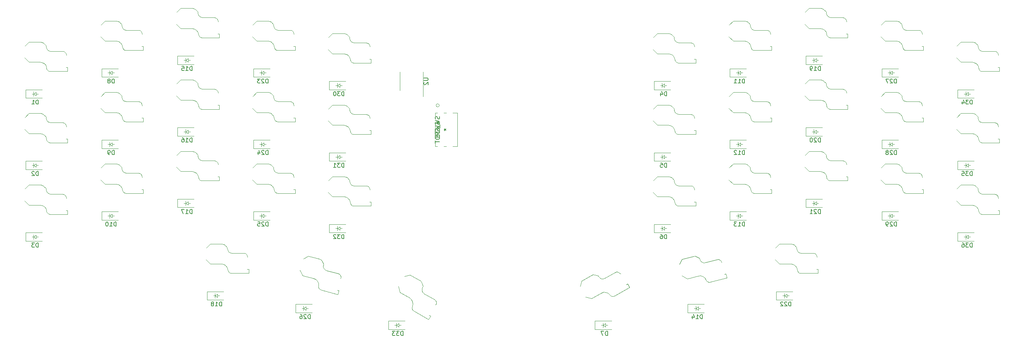
<source format=gbr>
%TF.GenerationSoftware,KiCad,Pcbnew,(6.0.8-1)-1*%
%TF.CreationDate,2022-11-15T13:56:25-05:00*%
%TF.ProjectId,kb2,6b62322e-6b69-4636-9164-5f7063625858,rev?*%
%TF.SameCoordinates,Original*%
%TF.FileFunction,Legend,Bot*%
%TF.FilePolarity,Positive*%
%FSLAX46Y46*%
G04 Gerber Fmt 4.6, Leading zero omitted, Abs format (unit mm)*
G04 Created by KiCad (PCBNEW (6.0.8-1)-1) date 2022-11-15 13:56:25*
%MOMM*%
%LPD*%
G01*
G04 APERTURE LIST*
%ADD10C,0.150000*%
%ADD11C,0.120000*%
G04 APERTURE END LIST*
D10*
%TO.C,D32*%
X118214285Y-108452380D02*
X118214285Y-107452380D01*
X117976190Y-107452380D01*
X117833333Y-107500000D01*
X117738095Y-107595238D01*
X117690476Y-107690476D01*
X117642857Y-107880952D01*
X117642857Y-108023809D01*
X117690476Y-108214285D01*
X117738095Y-108309523D01*
X117833333Y-108404761D01*
X117976190Y-108452380D01*
X118214285Y-108452380D01*
X117309523Y-107452380D02*
X116690476Y-107452380D01*
X117023809Y-107833333D01*
X116880952Y-107833333D01*
X116785714Y-107880952D01*
X116738095Y-107928571D01*
X116690476Y-108023809D01*
X116690476Y-108261904D01*
X116738095Y-108357142D01*
X116785714Y-108404761D01*
X116880952Y-108452380D01*
X117166666Y-108452380D01*
X117261904Y-108404761D01*
X117309523Y-108357142D01*
X116309523Y-107547619D02*
X116261904Y-107500000D01*
X116166666Y-107452380D01*
X115928571Y-107452380D01*
X115833333Y-107500000D01*
X115785714Y-107547619D01*
X115738095Y-107642857D01*
X115738095Y-107738095D01*
X115785714Y-107880952D01*
X116357142Y-108452380D01*
X115738095Y-108452380D01*
%TO.C,D17*%
X82214285Y-102452380D02*
X82214285Y-101452380D01*
X81976190Y-101452380D01*
X81833333Y-101500000D01*
X81738095Y-101595238D01*
X81690476Y-101690476D01*
X81642857Y-101880952D01*
X81642857Y-102023809D01*
X81690476Y-102214285D01*
X81738095Y-102309523D01*
X81833333Y-102404761D01*
X81976190Y-102452380D01*
X82214285Y-102452380D01*
X80690476Y-102452380D02*
X81261904Y-102452380D01*
X80976190Y-102452380D02*
X80976190Y-101452380D01*
X81071428Y-101595238D01*
X81166666Y-101690476D01*
X81261904Y-101738095D01*
X80357142Y-101452380D02*
X79690476Y-101452380D01*
X80119047Y-102452380D01*
%TO.C,D27*%
X249214285Y-71452380D02*
X249214285Y-70452380D01*
X248976190Y-70452380D01*
X248833333Y-70500000D01*
X248738095Y-70595238D01*
X248690476Y-70690476D01*
X248642857Y-70880952D01*
X248642857Y-71023809D01*
X248690476Y-71214285D01*
X248738095Y-71309523D01*
X248833333Y-71404761D01*
X248976190Y-71452380D01*
X249214285Y-71452380D01*
X248261904Y-70547619D02*
X248214285Y-70500000D01*
X248119047Y-70452380D01*
X247880952Y-70452380D01*
X247785714Y-70500000D01*
X247738095Y-70547619D01*
X247690476Y-70642857D01*
X247690476Y-70738095D01*
X247738095Y-70880952D01*
X248309523Y-71452380D01*
X247690476Y-71452380D01*
X247357142Y-70452380D02*
X246690476Y-70452380D01*
X247119047Y-71452380D01*
%TO.C,D5*%
X194738095Y-91452380D02*
X194738095Y-90452380D01*
X194500000Y-90452380D01*
X194357142Y-90500000D01*
X194261904Y-90595238D01*
X194214285Y-90690476D01*
X194166666Y-90880952D01*
X194166666Y-91023809D01*
X194214285Y-91214285D01*
X194261904Y-91309523D01*
X194357142Y-91404761D01*
X194500000Y-91452380D01*
X194738095Y-91452380D01*
X193261904Y-90452380D02*
X193738095Y-90452380D01*
X193785714Y-90928571D01*
X193738095Y-90880952D01*
X193642857Y-90833333D01*
X193404761Y-90833333D01*
X193309523Y-90880952D01*
X193261904Y-90928571D01*
X193214285Y-91023809D01*
X193214285Y-91261904D01*
X193261904Y-91357142D01*
X193309523Y-91404761D01*
X193404761Y-91452380D01*
X193642857Y-91452380D01*
X193738095Y-91404761D01*
X193785714Y-91357142D01*
%TO.C,D26*%
X110214285Y-127452380D02*
X110214285Y-126452380D01*
X109976190Y-126452380D01*
X109833333Y-126500000D01*
X109738095Y-126595238D01*
X109690476Y-126690476D01*
X109642857Y-126880952D01*
X109642857Y-127023809D01*
X109690476Y-127214285D01*
X109738095Y-127309523D01*
X109833333Y-127404761D01*
X109976190Y-127452380D01*
X110214285Y-127452380D01*
X109261904Y-126547619D02*
X109214285Y-126500000D01*
X109119047Y-126452380D01*
X108880952Y-126452380D01*
X108785714Y-126500000D01*
X108738095Y-126547619D01*
X108690476Y-126642857D01*
X108690476Y-126738095D01*
X108738095Y-126880952D01*
X109309523Y-127452380D01*
X108690476Y-127452380D01*
X107833333Y-126452380D02*
X108023809Y-126452380D01*
X108119047Y-126500000D01*
X108166666Y-126547619D01*
X108261904Y-126690476D01*
X108309523Y-126880952D01*
X108309523Y-127261904D01*
X108261904Y-127357142D01*
X108214285Y-127404761D01*
X108119047Y-127452380D01*
X107928571Y-127452380D01*
X107833333Y-127404761D01*
X107785714Y-127357142D01*
X107738095Y-127261904D01*
X107738095Y-127023809D01*
X107785714Y-126928571D01*
X107833333Y-126880952D01*
X107928571Y-126833333D01*
X108119047Y-126833333D01*
X108214285Y-126880952D01*
X108261904Y-126928571D01*
X108309523Y-127023809D01*
%TO.C,D31*%
X118214285Y-91452380D02*
X118214285Y-90452380D01*
X117976190Y-90452380D01*
X117833333Y-90500000D01*
X117738095Y-90595238D01*
X117690476Y-90690476D01*
X117642857Y-90880952D01*
X117642857Y-91023809D01*
X117690476Y-91214285D01*
X117738095Y-91309523D01*
X117833333Y-91404761D01*
X117976190Y-91452380D01*
X118214285Y-91452380D01*
X117309523Y-90452380D02*
X116690476Y-90452380D01*
X117023809Y-90833333D01*
X116880952Y-90833333D01*
X116785714Y-90880952D01*
X116738095Y-90928571D01*
X116690476Y-91023809D01*
X116690476Y-91261904D01*
X116738095Y-91357142D01*
X116785714Y-91404761D01*
X116880952Y-91452380D01*
X117166666Y-91452380D01*
X117261904Y-91404761D01*
X117309523Y-91357142D01*
X115738095Y-91452380D02*
X116309523Y-91452380D01*
X116023809Y-91452380D02*
X116023809Y-90452380D01*
X116119047Y-90595238D01*
X116214285Y-90690476D01*
X116309523Y-90738095D01*
%TO.C,D22*%
X224214285Y-124452380D02*
X224214285Y-123452380D01*
X223976190Y-123452380D01*
X223833333Y-123500000D01*
X223738095Y-123595238D01*
X223690476Y-123690476D01*
X223642857Y-123880952D01*
X223642857Y-124023809D01*
X223690476Y-124214285D01*
X223738095Y-124309523D01*
X223833333Y-124404761D01*
X223976190Y-124452380D01*
X224214285Y-124452380D01*
X223261904Y-123547619D02*
X223214285Y-123500000D01*
X223119047Y-123452380D01*
X222880952Y-123452380D01*
X222785714Y-123500000D01*
X222738095Y-123547619D01*
X222690476Y-123642857D01*
X222690476Y-123738095D01*
X222738095Y-123880952D01*
X223309523Y-124452380D01*
X222690476Y-124452380D01*
X222309523Y-123547619D02*
X222261904Y-123500000D01*
X222166666Y-123452380D01*
X221928571Y-123452380D01*
X221833333Y-123500000D01*
X221785714Y-123547619D01*
X221738095Y-123642857D01*
X221738095Y-123738095D01*
X221785714Y-123880952D01*
X222357142Y-124452380D01*
X221738095Y-124452380D01*
%TO.C,U2*%
X137152380Y-70238095D02*
X137961904Y-70238095D01*
X138057142Y-70285714D01*
X138104761Y-70333333D01*
X138152380Y-70428571D01*
X138152380Y-70619047D01*
X138104761Y-70714285D01*
X138057142Y-70761904D01*
X137961904Y-70809523D01*
X137152380Y-70809523D01*
X137247619Y-71238095D02*
X137200000Y-71285714D01*
X137152380Y-71380952D01*
X137152380Y-71619047D01*
X137200000Y-71714285D01*
X137247619Y-71761904D01*
X137342857Y-71809523D01*
X137438095Y-71809523D01*
X137580952Y-71761904D01*
X138152380Y-71190476D01*
X138152380Y-71809523D01*
%TO.C,D19*%
X231214285Y-68452380D02*
X231214285Y-67452380D01*
X230976190Y-67452380D01*
X230833333Y-67500000D01*
X230738095Y-67595238D01*
X230690476Y-67690476D01*
X230642857Y-67880952D01*
X230642857Y-68023809D01*
X230690476Y-68214285D01*
X230738095Y-68309523D01*
X230833333Y-68404761D01*
X230976190Y-68452380D01*
X231214285Y-68452380D01*
X229690476Y-68452380D02*
X230261904Y-68452380D01*
X229976190Y-68452380D02*
X229976190Y-67452380D01*
X230071428Y-67595238D01*
X230166666Y-67690476D01*
X230261904Y-67738095D01*
X229214285Y-68452380D02*
X229023809Y-68452380D01*
X228928571Y-68404761D01*
X228880952Y-68357142D01*
X228785714Y-68214285D01*
X228738095Y-68023809D01*
X228738095Y-67642857D01*
X228785714Y-67547619D01*
X228833333Y-67500000D01*
X228928571Y-67452380D01*
X229119047Y-67452380D01*
X229214285Y-67500000D01*
X229261904Y-67547619D01*
X229309523Y-67642857D01*
X229309523Y-67880952D01*
X229261904Y-67976190D01*
X229214285Y-68023809D01*
X229119047Y-68071428D01*
X228928571Y-68071428D01*
X228833333Y-68023809D01*
X228785714Y-67976190D01*
X228738095Y-67880952D01*
%TO.C,D28*%
X249214285Y-88452380D02*
X249214285Y-87452380D01*
X248976190Y-87452380D01*
X248833333Y-87500000D01*
X248738095Y-87595238D01*
X248690476Y-87690476D01*
X248642857Y-87880952D01*
X248642857Y-88023809D01*
X248690476Y-88214285D01*
X248738095Y-88309523D01*
X248833333Y-88404761D01*
X248976190Y-88452380D01*
X249214285Y-88452380D01*
X248261904Y-87547619D02*
X248214285Y-87500000D01*
X248119047Y-87452380D01*
X247880952Y-87452380D01*
X247785714Y-87500000D01*
X247738095Y-87547619D01*
X247690476Y-87642857D01*
X247690476Y-87738095D01*
X247738095Y-87880952D01*
X248309523Y-88452380D01*
X247690476Y-88452380D01*
X247119047Y-87880952D02*
X247214285Y-87833333D01*
X247261904Y-87785714D01*
X247309523Y-87690476D01*
X247309523Y-87642857D01*
X247261904Y-87547619D01*
X247214285Y-87500000D01*
X247119047Y-87452380D01*
X246928571Y-87452380D01*
X246833333Y-87500000D01*
X246785714Y-87547619D01*
X246738095Y-87642857D01*
X246738095Y-87690476D01*
X246785714Y-87785714D01*
X246833333Y-87833333D01*
X246928571Y-87880952D01*
X247119047Y-87880952D01*
X247214285Y-87928571D01*
X247261904Y-87976190D01*
X247309523Y-88071428D01*
X247309523Y-88261904D01*
X247261904Y-88357142D01*
X247214285Y-88404761D01*
X247119047Y-88452380D01*
X246928571Y-88452380D01*
X246833333Y-88404761D01*
X246785714Y-88357142D01*
X246738095Y-88261904D01*
X246738095Y-88071428D01*
X246785714Y-87976190D01*
X246833333Y-87928571D01*
X246928571Y-87880952D01*
%TO.C,D36*%
X267214285Y-110452380D02*
X267214285Y-109452380D01*
X266976190Y-109452380D01*
X266833333Y-109500000D01*
X266738095Y-109595238D01*
X266690476Y-109690476D01*
X266642857Y-109880952D01*
X266642857Y-110023809D01*
X266690476Y-110214285D01*
X266738095Y-110309523D01*
X266833333Y-110404761D01*
X266976190Y-110452380D01*
X267214285Y-110452380D01*
X266309523Y-109452380D02*
X265690476Y-109452380D01*
X266023809Y-109833333D01*
X265880952Y-109833333D01*
X265785714Y-109880952D01*
X265738095Y-109928571D01*
X265690476Y-110023809D01*
X265690476Y-110261904D01*
X265738095Y-110357142D01*
X265785714Y-110404761D01*
X265880952Y-110452380D01*
X266166666Y-110452380D01*
X266261904Y-110404761D01*
X266309523Y-110357142D01*
X264833333Y-109452380D02*
X265023809Y-109452380D01*
X265119047Y-109500000D01*
X265166666Y-109547619D01*
X265261904Y-109690476D01*
X265309523Y-109880952D01*
X265309523Y-110261904D01*
X265261904Y-110357142D01*
X265214285Y-110404761D01*
X265119047Y-110452380D01*
X264928571Y-110452380D01*
X264833333Y-110404761D01*
X264785714Y-110357142D01*
X264738095Y-110261904D01*
X264738095Y-110023809D01*
X264785714Y-109928571D01*
X264833333Y-109880952D01*
X264928571Y-109833333D01*
X265119047Y-109833333D01*
X265214285Y-109880952D01*
X265261904Y-109928571D01*
X265309523Y-110023809D01*
%TO.C,D15*%
X82214285Y-68452380D02*
X82214285Y-67452380D01*
X81976190Y-67452380D01*
X81833333Y-67500000D01*
X81738095Y-67595238D01*
X81690476Y-67690476D01*
X81642857Y-67880952D01*
X81642857Y-68023809D01*
X81690476Y-68214285D01*
X81738095Y-68309523D01*
X81833333Y-68404761D01*
X81976190Y-68452380D01*
X82214285Y-68452380D01*
X80690476Y-68452380D02*
X81261904Y-68452380D01*
X80976190Y-68452380D02*
X80976190Y-67452380D01*
X81071428Y-67595238D01*
X81166666Y-67690476D01*
X81261904Y-67738095D01*
X79785714Y-67452380D02*
X80261904Y-67452380D01*
X80309523Y-67928571D01*
X80261904Y-67880952D01*
X80166666Y-67833333D01*
X79928571Y-67833333D01*
X79833333Y-67880952D01*
X79785714Y-67928571D01*
X79738095Y-68023809D01*
X79738095Y-68261904D01*
X79785714Y-68357142D01*
X79833333Y-68404761D01*
X79928571Y-68452380D01*
X80166666Y-68452380D01*
X80261904Y-68404761D01*
X80309523Y-68357142D01*
%TO.C,D9*%
X63738095Y-88452380D02*
X63738095Y-87452380D01*
X63500000Y-87452380D01*
X63357142Y-87500000D01*
X63261904Y-87595238D01*
X63214285Y-87690476D01*
X63166666Y-87880952D01*
X63166666Y-88023809D01*
X63214285Y-88214285D01*
X63261904Y-88309523D01*
X63357142Y-88404761D01*
X63500000Y-88452380D01*
X63738095Y-88452380D01*
X62690476Y-88452380D02*
X62500000Y-88452380D01*
X62404761Y-88404761D01*
X62357142Y-88357142D01*
X62261904Y-88214285D01*
X62214285Y-88023809D01*
X62214285Y-87642857D01*
X62261904Y-87547619D01*
X62309523Y-87500000D01*
X62404761Y-87452380D01*
X62595238Y-87452380D01*
X62690476Y-87500000D01*
X62738095Y-87547619D01*
X62785714Y-87642857D01*
X62785714Y-87880952D01*
X62738095Y-87976190D01*
X62690476Y-88023809D01*
X62595238Y-88071428D01*
X62404761Y-88071428D01*
X62309523Y-88023809D01*
X62261904Y-87976190D01*
X62214285Y-87880952D01*
%TO.C,D16*%
X82214285Y-85452380D02*
X82214285Y-84452380D01*
X81976190Y-84452380D01*
X81833333Y-84500000D01*
X81738095Y-84595238D01*
X81690476Y-84690476D01*
X81642857Y-84880952D01*
X81642857Y-85023809D01*
X81690476Y-85214285D01*
X81738095Y-85309523D01*
X81833333Y-85404761D01*
X81976190Y-85452380D01*
X82214285Y-85452380D01*
X80690476Y-85452380D02*
X81261904Y-85452380D01*
X80976190Y-85452380D02*
X80976190Y-84452380D01*
X81071428Y-84595238D01*
X81166666Y-84690476D01*
X81261904Y-84738095D01*
X79833333Y-84452380D02*
X80023809Y-84452380D01*
X80119047Y-84500000D01*
X80166666Y-84547619D01*
X80261904Y-84690476D01*
X80309523Y-84880952D01*
X80309523Y-85261904D01*
X80261904Y-85357142D01*
X80214285Y-85404761D01*
X80119047Y-85452380D01*
X79928571Y-85452380D01*
X79833333Y-85404761D01*
X79785714Y-85357142D01*
X79738095Y-85261904D01*
X79738095Y-85023809D01*
X79785714Y-84928571D01*
X79833333Y-84880952D01*
X79928571Y-84833333D01*
X80119047Y-84833333D01*
X80214285Y-84880952D01*
X80261904Y-84928571D01*
X80309523Y-85023809D01*
%TO.C,D4*%
X194738095Y-74452380D02*
X194738095Y-73452380D01*
X194500000Y-73452380D01*
X194357142Y-73500000D01*
X194261904Y-73595238D01*
X194214285Y-73690476D01*
X194166666Y-73880952D01*
X194166666Y-74023809D01*
X194214285Y-74214285D01*
X194261904Y-74309523D01*
X194357142Y-74404761D01*
X194500000Y-74452380D01*
X194738095Y-74452380D01*
X193309523Y-73785714D02*
X193309523Y-74452380D01*
X193547619Y-73404761D02*
X193785714Y-74119047D01*
X193166666Y-74119047D01*
%TO.C,D30*%
X118214285Y-74452380D02*
X118214285Y-73452380D01*
X117976190Y-73452380D01*
X117833333Y-73500000D01*
X117738095Y-73595238D01*
X117690476Y-73690476D01*
X117642857Y-73880952D01*
X117642857Y-74023809D01*
X117690476Y-74214285D01*
X117738095Y-74309523D01*
X117833333Y-74404761D01*
X117976190Y-74452380D01*
X118214285Y-74452380D01*
X117309523Y-73452380D02*
X116690476Y-73452380D01*
X117023809Y-73833333D01*
X116880952Y-73833333D01*
X116785714Y-73880952D01*
X116738095Y-73928571D01*
X116690476Y-74023809D01*
X116690476Y-74261904D01*
X116738095Y-74357142D01*
X116785714Y-74404761D01*
X116880952Y-74452380D01*
X117166666Y-74452380D01*
X117261904Y-74404761D01*
X117309523Y-74357142D01*
X116071428Y-73452380D02*
X115976190Y-73452380D01*
X115880952Y-73500000D01*
X115833333Y-73547619D01*
X115785714Y-73642857D01*
X115738095Y-73833333D01*
X115738095Y-74071428D01*
X115785714Y-74261904D01*
X115833333Y-74357142D01*
X115880952Y-74404761D01*
X115976190Y-74452380D01*
X116071428Y-74452380D01*
X116166666Y-74404761D01*
X116214285Y-74357142D01*
X116261904Y-74261904D01*
X116309523Y-74071428D01*
X116309523Y-73833333D01*
X116261904Y-73642857D01*
X116214285Y-73547619D01*
X116166666Y-73500000D01*
X116071428Y-73452380D01*
%TO.C,SW38*%
X140852861Y-80690476D02*
X140900480Y-80833333D01*
X140900480Y-81071428D01*
X140852861Y-81166666D01*
X140805242Y-81214285D01*
X140710004Y-81261904D01*
X140614766Y-81261904D01*
X140519528Y-81214285D01*
X140471909Y-81166666D01*
X140424290Y-81071428D01*
X140376671Y-80880952D01*
X140329052Y-80785714D01*
X140281433Y-80738095D01*
X140186195Y-80690476D01*
X140090957Y-80690476D01*
X139995719Y-80738095D01*
X139948100Y-80785714D01*
X139900480Y-80880952D01*
X139900480Y-81119047D01*
X139948100Y-81261904D01*
X139900480Y-81595238D02*
X140900480Y-81833333D01*
X140186195Y-82023809D01*
X140900480Y-82214285D01*
X139900480Y-82452380D01*
X139900480Y-82738095D02*
X139900480Y-83357142D01*
X140281433Y-83023809D01*
X140281433Y-83166666D01*
X140329052Y-83261904D01*
X140376671Y-83309523D01*
X140471909Y-83357142D01*
X140710004Y-83357142D01*
X140805242Y-83309523D01*
X140852861Y-83261904D01*
X140900480Y-83166666D01*
X140900480Y-82880952D01*
X140852861Y-82785714D01*
X140805242Y-82738095D01*
X140329052Y-83928571D02*
X140281433Y-83833333D01*
X140233814Y-83785714D01*
X140138576Y-83738095D01*
X140090957Y-83738095D01*
X139995719Y-83785714D01*
X139948100Y-83833333D01*
X139900480Y-83928571D01*
X139900480Y-84119047D01*
X139948100Y-84214285D01*
X139995719Y-84261904D01*
X140090957Y-84309523D01*
X140138576Y-84309523D01*
X140233814Y-84261904D01*
X140281433Y-84214285D01*
X140329052Y-84119047D01*
X140329052Y-83928571D01*
X140376671Y-83833333D01*
X140424290Y-83785714D01*
X140519528Y-83738095D01*
X140710004Y-83738095D01*
X140805242Y-83785714D01*
X140852861Y-83833333D01*
X140900480Y-83928571D01*
X140900480Y-84119047D01*
X140852861Y-84214285D01*
X140805242Y-84261904D01*
X140710004Y-84309523D01*
X140519528Y-84309523D01*
X140424290Y-84261904D01*
X140376671Y-84214285D01*
X140329052Y-84119047D01*
X140852861Y-79404761D02*
X140900480Y-79547619D01*
X140900480Y-79785714D01*
X140852861Y-79880952D01*
X140805242Y-79928571D01*
X140710004Y-79976190D01*
X140614766Y-79976190D01*
X140519528Y-79928571D01*
X140471909Y-79880952D01*
X140424290Y-79785714D01*
X140376671Y-79595238D01*
X140329052Y-79500000D01*
X140281433Y-79452380D01*
X140186195Y-79404761D01*
X140090957Y-79404761D01*
X139995719Y-79452380D01*
X139948100Y-79500000D01*
X139900480Y-79595238D01*
X139900480Y-79833333D01*
X139948100Y-79976190D01*
X139900480Y-80309523D02*
X140900480Y-80547619D01*
X140186195Y-80738095D01*
X140900480Y-80928571D01*
X139900480Y-81166666D01*
X140995719Y-81309523D02*
X140995719Y-82071428D01*
X140852861Y-82261904D02*
X140900480Y-82404761D01*
X140900480Y-82642857D01*
X140852861Y-82738095D01*
X140805242Y-82785714D01*
X140710004Y-82833333D01*
X140614766Y-82833333D01*
X140519528Y-82785714D01*
X140471909Y-82738095D01*
X140424290Y-82642857D01*
X140376671Y-82452380D01*
X140329052Y-82357142D01*
X140281433Y-82309523D01*
X140186195Y-82261904D01*
X140090957Y-82261904D01*
X139995719Y-82309523D01*
X139948100Y-82357142D01*
X139900480Y-82452380D01*
X139900480Y-82690476D01*
X139948100Y-82833333D01*
X140900480Y-83261904D02*
X139900480Y-83261904D01*
X139900480Y-83642857D01*
X139948100Y-83738095D01*
X139995719Y-83785714D01*
X140090957Y-83833333D01*
X140233814Y-83833333D01*
X140329052Y-83785714D01*
X140376671Y-83738095D01*
X140424290Y-83642857D01*
X140424290Y-83261904D01*
X140900480Y-84261904D02*
X139900480Y-84261904D01*
X139900480Y-84500000D01*
X139948100Y-84642857D01*
X140043338Y-84738095D01*
X140138576Y-84785714D01*
X140329052Y-84833333D01*
X140471909Y-84833333D01*
X140662385Y-84785714D01*
X140757623Y-84738095D01*
X140852861Y-84642857D01*
X140900480Y-84500000D01*
X140900480Y-84261904D01*
X139900480Y-85119047D02*
X139900480Y-85690476D01*
X140900480Y-85404761D02*
X139900480Y-85404761D01*
X141952380Y-82500000D02*
X142190476Y-82500000D01*
X142095238Y-82261904D02*
X142190476Y-82500000D01*
X142095238Y-82738095D01*
X142380952Y-82357142D02*
X142190476Y-82500000D01*
X142380952Y-82642857D01*
%TO.C,D6*%
X194738095Y-108452380D02*
X194738095Y-107452380D01*
X194500000Y-107452380D01*
X194357142Y-107500000D01*
X194261904Y-107595238D01*
X194214285Y-107690476D01*
X194166666Y-107880952D01*
X194166666Y-108023809D01*
X194214285Y-108214285D01*
X194261904Y-108309523D01*
X194357142Y-108404761D01*
X194500000Y-108452380D01*
X194738095Y-108452380D01*
X193309523Y-107452380D02*
X193500000Y-107452380D01*
X193595238Y-107500000D01*
X193642857Y-107547619D01*
X193738095Y-107690476D01*
X193785714Y-107880952D01*
X193785714Y-108261904D01*
X193738095Y-108357142D01*
X193690476Y-108404761D01*
X193595238Y-108452380D01*
X193404761Y-108452380D01*
X193309523Y-108404761D01*
X193261904Y-108357142D01*
X193214285Y-108261904D01*
X193214285Y-108023809D01*
X193261904Y-107928571D01*
X193309523Y-107880952D01*
X193404761Y-107833333D01*
X193595238Y-107833333D01*
X193690476Y-107880952D01*
X193738095Y-107928571D01*
X193785714Y-108023809D01*
%TO.C,D35*%
X267214285Y-93452380D02*
X267214285Y-92452380D01*
X266976190Y-92452380D01*
X266833333Y-92500000D01*
X266738095Y-92595238D01*
X266690476Y-92690476D01*
X266642857Y-92880952D01*
X266642857Y-93023809D01*
X266690476Y-93214285D01*
X266738095Y-93309523D01*
X266833333Y-93404761D01*
X266976190Y-93452380D01*
X267214285Y-93452380D01*
X266309523Y-92452380D02*
X265690476Y-92452380D01*
X266023809Y-92833333D01*
X265880952Y-92833333D01*
X265785714Y-92880952D01*
X265738095Y-92928571D01*
X265690476Y-93023809D01*
X265690476Y-93261904D01*
X265738095Y-93357142D01*
X265785714Y-93404761D01*
X265880952Y-93452380D01*
X266166666Y-93452380D01*
X266261904Y-93404761D01*
X266309523Y-93357142D01*
X264785714Y-92452380D02*
X265261904Y-92452380D01*
X265309523Y-92928571D01*
X265261904Y-92880952D01*
X265166666Y-92833333D01*
X264928571Y-92833333D01*
X264833333Y-92880952D01*
X264785714Y-92928571D01*
X264738095Y-93023809D01*
X264738095Y-93261904D01*
X264785714Y-93357142D01*
X264833333Y-93404761D01*
X264928571Y-93452380D01*
X265166666Y-93452380D01*
X265261904Y-93404761D01*
X265309523Y-93357142D01*
%TO.C,D3*%
X45738095Y-110452380D02*
X45738095Y-109452380D01*
X45500000Y-109452380D01*
X45357142Y-109500000D01*
X45261904Y-109595238D01*
X45214285Y-109690476D01*
X45166666Y-109880952D01*
X45166666Y-110023809D01*
X45214285Y-110214285D01*
X45261904Y-110309523D01*
X45357142Y-110404761D01*
X45500000Y-110452380D01*
X45738095Y-110452380D01*
X44833333Y-109452380D02*
X44214285Y-109452380D01*
X44547619Y-109833333D01*
X44404761Y-109833333D01*
X44309523Y-109880952D01*
X44261904Y-109928571D01*
X44214285Y-110023809D01*
X44214285Y-110261904D01*
X44261904Y-110357142D01*
X44309523Y-110404761D01*
X44404761Y-110452380D01*
X44690476Y-110452380D01*
X44785714Y-110404761D01*
X44833333Y-110357142D01*
%TO.C,D29*%
X249214285Y-105452380D02*
X249214285Y-104452380D01*
X248976190Y-104452380D01*
X248833333Y-104500000D01*
X248738095Y-104595238D01*
X248690476Y-104690476D01*
X248642857Y-104880952D01*
X248642857Y-105023809D01*
X248690476Y-105214285D01*
X248738095Y-105309523D01*
X248833333Y-105404761D01*
X248976190Y-105452380D01*
X249214285Y-105452380D01*
X248261904Y-104547619D02*
X248214285Y-104500000D01*
X248119047Y-104452380D01*
X247880952Y-104452380D01*
X247785714Y-104500000D01*
X247738095Y-104547619D01*
X247690476Y-104642857D01*
X247690476Y-104738095D01*
X247738095Y-104880952D01*
X248309523Y-105452380D01*
X247690476Y-105452380D01*
X247214285Y-105452380D02*
X247023809Y-105452380D01*
X246928571Y-105404761D01*
X246880952Y-105357142D01*
X246785714Y-105214285D01*
X246738095Y-105023809D01*
X246738095Y-104642857D01*
X246785714Y-104547619D01*
X246833333Y-104500000D01*
X246928571Y-104452380D01*
X247119047Y-104452380D01*
X247214285Y-104500000D01*
X247261904Y-104547619D01*
X247309523Y-104642857D01*
X247309523Y-104880952D01*
X247261904Y-104976190D01*
X247214285Y-105023809D01*
X247119047Y-105071428D01*
X246928571Y-105071428D01*
X246833333Y-105023809D01*
X246785714Y-104976190D01*
X246738095Y-104880952D01*
%TO.C,D12*%
X213214285Y-88452380D02*
X213214285Y-87452380D01*
X212976190Y-87452380D01*
X212833333Y-87500000D01*
X212738095Y-87595238D01*
X212690476Y-87690476D01*
X212642857Y-87880952D01*
X212642857Y-88023809D01*
X212690476Y-88214285D01*
X212738095Y-88309523D01*
X212833333Y-88404761D01*
X212976190Y-88452380D01*
X213214285Y-88452380D01*
X211690476Y-88452380D02*
X212261904Y-88452380D01*
X211976190Y-88452380D02*
X211976190Y-87452380D01*
X212071428Y-87595238D01*
X212166666Y-87690476D01*
X212261904Y-87738095D01*
X211309523Y-87547619D02*
X211261904Y-87500000D01*
X211166666Y-87452380D01*
X210928571Y-87452380D01*
X210833333Y-87500000D01*
X210785714Y-87547619D01*
X210738095Y-87642857D01*
X210738095Y-87738095D01*
X210785714Y-87880952D01*
X211357142Y-88452380D01*
X210738095Y-88452380D01*
%TO.C,D14*%
X203214285Y-127452380D02*
X203214285Y-126452380D01*
X202976190Y-126452380D01*
X202833333Y-126500000D01*
X202738095Y-126595238D01*
X202690476Y-126690476D01*
X202642857Y-126880952D01*
X202642857Y-127023809D01*
X202690476Y-127214285D01*
X202738095Y-127309523D01*
X202833333Y-127404761D01*
X202976190Y-127452380D01*
X203214285Y-127452380D01*
X201690476Y-127452380D02*
X202261904Y-127452380D01*
X201976190Y-127452380D02*
X201976190Y-126452380D01*
X202071428Y-126595238D01*
X202166666Y-126690476D01*
X202261904Y-126738095D01*
X200833333Y-126785714D02*
X200833333Y-127452380D01*
X201071428Y-126404761D02*
X201309523Y-127119047D01*
X200690476Y-127119047D01*
%TO.C,D34*%
X267214285Y-76452380D02*
X267214285Y-75452380D01*
X266976190Y-75452380D01*
X266833333Y-75500000D01*
X266738095Y-75595238D01*
X266690476Y-75690476D01*
X266642857Y-75880952D01*
X266642857Y-76023809D01*
X266690476Y-76214285D01*
X266738095Y-76309523D01*
X266833333Y-76404761D01*
X266976190Y-76452380D01*
X267214285Y-76452380D01*
X266309523Y-75452380D02*
X265690476Y-75452380D01*
X266023809Y-75833333D01*
X265880952Y-75833333D01*
X265785714Y-75880952D01*
X265738095Y-75928571D01*
X265690476Y-76023809D01*
X265690476Y-76261904D01*
X265738095Y-76357142D01*
X265785714Y-76404761D01*
X265880952Y-76452380D01*
X266166666Y-76452380D01*
X266261904Y-76404761D01*
X266309523Y-76357142D01*
X264833333Y-75785714D02*
X264833333Y-76452380D01*
X265071428Y-75404761D02*
X265309523Y-76119047D01*
X264690476Y-76119047D01*
%TO.C,D21*%
X231214285Y-102452380D02*
X231214285Y-101452380D01*
X230976190Y-101452380D01*
X230833333Y-101500000D01*
X230738095Y-101595238D01*
X230690476Y-101690476D01*
X230642857Y-101880952D01*
X230642857Y-102023809D01*
X230690476Y-102214285D01*
X230738095Y-102309523D01*
X230833333Y-102404761D01*
X230976190Y-102452380D01*
X231214285Y-102452380D01*
X230261904Y-101547619D02*
X230214285Y-101500000D01*
X230119047Y-101452380D01*
X229880952Y-101452380D01*
X229785714Y-101500000D01*
X229738095Y-101547619D01*
X229690476Y-101642857D01*
X229690476Y-101738095D01*
X229738095Y-101880952D01*
X230309523Y-102452380D01*
X229690476Y-102452380D01*
X228738095Y-102452380D02*
X229309523Y-102452380D01*
X229023809Y-102452380D02*
X229023809Y-101452380D01*
X229119047Y-101595238D01*
X229214285Y-101690476D01*
X229309523Y-101738095D01*
%TO.C,D10*%
X64214285Y-105452380D02*
X64214285Y-104452380D01*
X63976190Y-104452380D01*
X63833333Y-104500000D01*
X63738095Y-104595238D01*
X63690476Y-104690476D01*
X63642857Y-104880952D01*
X63642857Y-105023809D01*
X63690476Y-105214285D01*
X63738095Y-105309523D01*
X63833333Y-105404761D01*
X63976190Y-105452380D01*
X64214285Y-105452380D01*
X62690476Y-105452380D02*
X63261904Y-105452380D01*
X62976190Y-105452380D02*
X62976190Y-104452380D01*
X63071428Y-104595238D01*
X63166666Y-104690476D01*
X63261904Y-104738095D01*
X62071428Y-104452380D02*
X61976190Y-104452380D01*
X61880952Y-104500000D01*
X61833333Y-104547619D01*
X61785714Y-104642857D01*
X61738095Y-104833333D01*
X61738095Y-105071428D01*
X61785714Y-105261904D01*
X61833333Y-105357142D01*
X61880952Y-105404761D01*
X61976190Y-105452380D01*
X62071428Y-105452380D01*
X62166666Y-105404761D01*
X62214285Y-105357142D01*
X62261904Y-105261904D01*
X62309523Y-105071428D01*
X62309523Y-104833333D01*
X62261904Y-104642857D01*
X62214285Y-104547619D01*
X62166666Y-104500000D01*
X62071428Y-104452380D01*
%TO.C,D2*%
X45738095Y-93452380D02*
X45738095Y-92452380D01*
X45500000Y-92452380D01*
X45357142Y-92500000D01*
X45261904Y-92595238D01*
X45214285Y-92690476D01*
X45166666Y-92880952D01*
X45166666Y-93023809D01*
X45214285Y-93214285D01*
X45261904Y-93309523D01*
X45357142Y-93404761D01*
X45500000Y-93452380D01*
X45738095Y-93452380D01*
X44785714Y-92547619D02*
X44738095Y-92500000D01*
X44642857Y-92452380D01*
X44404761Y-92452380D01*
X44309523Y-92500000D01*
X44261904Y-92547619D01*
X44214285Y-92642857D01*
X44214285Y-92738095D01*
X44261904Y-92880952D01*
X44833333Y-93452380D01*
X44214285Y-93452380D01*
%TO.C,D1*%
X45738095Y-76452380D02*
X45738095Y-75452380D01*
X45500000Y-75452380D01*
X45357142Y-75500000D01*
X45261904Y-75595238D01*
X45214285Y-75690476D01*
X45166666Y-75880952D01*
X45166666Y-76023809D01*
X45214285Y-76214285D01*
X45261904Y-76309523D01*
X45357142Y-76404761D01*
X45500000Y-76452380D01*
X45738095Y-76452380D01*
X44214285Y-76452380D02*
X44785714Y-76452380D01*
X44500000Y-76452380D02*
X44500000Y-75452380D01*
X44595238Y-75595238D01*
X44690476Y-75690476D01*
X44785714Y-75738095D01*
%TO.C,D8*%
X63738095Y-71452380D02*
X63738095Y-70452380D01*
X63500000Y-70452380D01*
X63357142Y-70500000D01*
X63261904Y-70595238D01*
X63214285Y-70690476D01*
X63166666Y-70880952D01*
X63166666Y-71023809D01*
X63214285Y-71214285D01*
X63261904Y-71309523D01*
X63357142Y-71404761D01*
X63500000Y-71452380D01*
X63738095Y-71452380D01*
X62595238Y-70880952D02*
X62690476Y-70833333D01*
X62738095Y-70785714D01*
X62785714Y-70690476D01*
X62785714Y-70642857D01*
X62738095Y-70547619D01*
X62690476Y-70500000D01*
X62595238Y-70452380D01*
X62404761Y-70452380D01*
X62309523Y-70500000D01*
X62261904Y-70547619D01*
X62214285Y-70642857D01*
X62214285Y-70690476D01*
X62261904Y-70785714D01*
X62309523Y-70833333D01*
X62404761Y-70880952D01*
X62595238Y-70880952D01*
X62690476Y-70928571D01*
X62738095Y-70976190D01*
X62785714Y-71071428D01*
X62785714Y-71261904D01*
X62738095Y-71357142D01*
X62690476Y-71404761D01*
X62595238Y-71452380D01*
X62404761Y-71452380D01*
X62309523Y-71404761D01*
X62261904Y-71357142D01*
X62214285Y-71261904D01*
X62214285Y-71071428D01*
X62261904Y-70976190D01*
X62309523Y-70928571D01*
X62404761Y-70880952D01*
%TO.C,D25*%
X100214285Y-105452380D02*
X100214285Y-104452380D01*
X99976190Y-104452380D01*
X99833333Y-104500000D01*
X99738095Y-104595238D01*
X99690476Y-104690476D01*
X99642857Y-104880952D01*
X99642857Y-105023809D01*
X99690476Y-105214285D01*
X99738095Y-105309523D01*
X99833333Y-105404761D01*
X99976190Y-105452380D01*
X100214285Y-105452380D01*
X99261904Y-104547619D02*
X99214285Y-104500000D01*
X99119047Y-104452380D01*
X98880952Y-104452380D01*
X98785714Y-104500000D01*
X98738095Y-104547619D01*
X98690476Y-104642857D01*
X98690476Y-104738095D01*
X98738095Y-104880952D01*
X99309523Y-105452380D01*
X98690476Y-105452380D01*
X97785714Y-104452380D02*
X98261904Y-104452380D01*
X98309523Y-104928571D01*
X98261904Y-104880952D01*
X98166666Y-104833333D01*
X97928571Y-104833333D01*
X97833333Y-104880952D01*
X97785714Y-104928571D01*
X97738095Y-105023809D01*
X97738095Y-105261904D01*
X97785714Y-105357142D01*
X97833333Y-105404761D01*
X97928571Y-105452380D01*
X98166666Y-105452380D01*
X98261904Y-105404761D01*
X98309523Y-105357142D01*
%TO.C,D11*%
X213214285Y-71452380D02*
X213214285Y-70452380D01*
X212976190Y-70452380D01*
X212833333Y-70500000D01*
X212738095Y-70595238D01*
X212690476Y-70690476D01*
X212642857Y-70880952D01*
X212642857Y-71023809D01*
X212690476Y-71214285D01*
X212738095Y-71309523D01*
X212833333Y-71404761D01*
X212976190Y-71452380D01*
X213214285Y-71452380D01*
X211690476Y-71452380D02*
X212261904Y-71452380D01*
X211976190Y-71452380D02*
X211976190Y-70452380D01*
X212071428Y-70595238D01*
X212166666Y-70690476D01*
X212261904Y-70738095D01*
X210738095Y-71452380D02*
X211309523Y-71452380D01*
X211023809Y-71452380D02*
X211023809Y-70452380D01*
X211119047Y-70595238D01*
X211214285Y-70690476D01*
X211309523Y-70738095D01*
%TO.C,D18*%
X89214285Y-124452380D02*
X89214285Y-123452380D01*
X88976190Y-123452380D01*
X88833333Y-123500000D01*
X88738095Y-123595238D01*
X88690476Y-123690476D01*
X88642857Y-123880952D01*
X88642857Y-124023809D01*
X88690476Y-124214285D01*
X88738095Y-124309523D01*
X88833333Y-124404761D01*
X88976190Y-124452380D01*
X89214285Y-124452380D01*
X87690476Y-124452380D02*
X88261904Y-124452380D01*
X87976190Y-124452380D02*
X87976190Y-123452380D01*
X88071428Y-123595238D01*
X88166666Y-123690476D01*
X88261904Y-123738095D01*
X87119047Y-123880952D02*
X87214285Y-123833333D01*
X87261904Y-123785714D01*
X87309523Y-123690476D01*
X87309523Y-123642857D01*
X87261904Y-123547619D01*
X87214285Y-123500000D01*
X87119047Y-123452380D01*
X86928571Y-123452380D01*
X86833333Y-123500000D01*
X86785714Y-123547619D01*
X86738095Y-123642857D01*
X86738095Y-123690476D01*
X86785714Y-123785714D01*
X86833333Y-123833333D01*
X86928571Y-123880952D01*
X87119047Y-123880952D01*
X87214285Y-123928571D01*
X87261904Y-123976190D01*
X87309523Y-124071428D01*
X87309523Y-124261904D01*
X87261904Y-124357142D01*
X87214285Y-124404761D01*
X87119047Y-124452380D01*
X86928571Y-124452380D01*
X86833333Y-124404761D01*
X86785714Y-124357142D01*
X86738095Y-124261904D01*
X86738095Y-124071428D01*
X86785714Y-123976190D01*
X86833333Y-123928571D01*
X86928571Y-123880952D01*
%TO.C,D7*%
X180738095Y-131452380D02*
X180738095Y-130452380D01*
X180500000Y-130452380D01*
X180357142Y-130500000D01*
X180261904Y-130595238D01*
X180214285Y-130690476D01*
X180166666Y-130880952D01*
X180166666Y-131023809D01*
X180214285Y-131214285D01*
X180261904Y-131309523D01*
X180357142Y-131404761D01*
X180500000Y-131452380D01*
X180738095Y-131452380D01*
X179833333Y-130452380D02*
X179166666Y-130452380D01*
X179595238Y-131452380D01*
%TO.C,D33*%
X132214285Y-131452380D02*
X132214285Y-130452380D01*
X131976190Y-130452380D01*
X131833333Y-130500000D01*
X131738095Y-130595238D01*
X131690476Y-130690476D01*
X131642857Y-130880952D01*
X131642857Y-131023809D01*
X131690476Y-131214285D01*
X131738095Y-131309523D01*
X131833333Y-131404761D01*
X131976190Y-131452380D01*
X132214285Y-131452380D01*
X131309523Y-130452380D02*
X130690476Y-130452380D01*
X131023809Y-130833333D01*
X130880952Y-130833333D01*
X130785714Y-130880952D01*
X130738095Y-130928571D01*
X130690476Y-131023809D01*
X130690476Y-131261904D01*
X130738095Y-131357142D01*
X130785714Y-131404761D01*
X130880952Y-131452380D01*
X131166666Y-131452380D01*
X131261904Y-131404761D01*
X131309523Y-131357142D01*
X130357142Y-130452380D02*
X129738095Y-130452380D01*
X130071428Y-130833333D01*
X129928571Y-130833333D01*
X129833333Y-130880952D01*
X129785714Y-130928571D01*
X129738095Y-131023809D01*
X129738095Y-131261904D01*
X129785714Y-131357142D01*
X129833333Y-131404761D01*
X129928571Y-131452380D01*
X130214285Y-131452380D01*
X130309523Y-131404761D01*
X130357142Y-131357142D01*
%TO.C,D23*%
X100214285Y-71452380D02*
X100214285Y-70452380D01*
X99976190Y-70452380D01*
X99833333Y-70500000D01*
X99738095Y-70595238D01*
X99690476Y-70690476D01*
X99642857Y-70880952D01*
X99642857Y-71023809D01*
X99690476Y-71214285D01*
X99738095Y-71309523D01*
X99833333Y-71404761D01*
X99976190Y-71452380D01*
X100214285Y-71452380D01*
X99261904Y-70547619D02*
X99214285Y-70500000D01*
X99119047Y-70452380D01*
X98880952Y-70452380D01*
X98785714Y-70500000D01*
X98738095Y-70547619D01*
X98690476Y-70642857D01*
X98690476Y-70738095D01*
X98738095Y-70880952D01*
X99309523Y-71452380D01*
X98690476Y-71452380D01*
X98357142Y-70452380D02*
X97738095Y-70452380D01*
X98071428Y-70833333D01*
X97928571Y-70833333D01*
X97833333Y-70880952D01*
X97785714Y-70928571D01*
X97738095Y-71023809D01*
X97738095Y-71261904D01*
X97785714Y-71357142D01*
X97833333Y-71404761D01*
X97928571Y-71452380D01*
X98214285Y-71452380D01*
X98309523Y-71404761D01*
X98357142Y-71357142D01*
%TO.C,D20*%
X231214285Y-85452380D02*
X231214285Y-84452380D01*
X230976190Y-84452380D01*
X230833333Y-84500000D01*
X230738095Y-84595238D01*
X230690476Y-84690476D01*
X230642857Y-84880952D01*
X230642857Y-85023809D01*
X230690476Y-85214285D01*
X230738095Y-85309523D01*
X230833333Y-85404761D01*
X230976190Y-85452380D01*
X231214285Y-85452380D01*
X230261904Y-84547619D02*
X230214285Y-84500000D01*
X230119047Y-84452380D01*
X229880952Y-84452380D01*
X229785714Y-84500000D01*
X229738095Y-84547619D01*
X229690476Y-84642857D01*
X229690476Y-84738095D01*
X229738095Y-84880952D01*
X230309523Y-85452380D01*
X229690476Y-85452380D01*
X229071428Y-84452380D02*
X228976190Y-84452380D01*
X228880952Y-84500000D01*
X228833333Y-84547619D01*
X228785714Y-84642857D01*
X228738095Y-84833333D01*
X228738095Y-85071428D01*
X228785714Y-85261904D01*
X228833333Y-85357142D01*
X228880952Y-85404761D01*
X228976190Y-85452380D01*
X229071428Y-85452380D01*
X229166666Y-85404761D01*
X229214285Y-85357142D01*
X229261904Y-85261904D01*
X229309523Y-85071428D01*
X229309523Y-84833333D01*
X229261904Y-84642857D01*
X229214285Y-84547619D01*
X229166666Y-84500000D01*
X229071428Y-84452380D01*
%TO.C,D13*%
X213214285Y-105452380D02*
X213214285Y-104452380D01*
X212976190Y-104452380D01*
X212833333Y-104500000D01*
X212738095Y-104595238D01*
X212690476Y-104690476D01*
X212642857Y-104880952D01*
X212642857Y-105023809D01*
X212690476Y-105214285D01*
X212738095Y-105309523D01*
X212833333Y-105404761D01*
X212976190Y-105452380D01*
X213214285Y-105452380D01*
X211690476Y-105452380D02*
X212261904Y-105452380D01*
X211976190Y-105452380D02*
X211976190Y-104452380D01*
X212071428Y-104595238D01*
X212166666Y-104690476D01*
X212261904Y-104738095D01*
X211357142Y-104452380D02*
X210738095Y-104452380D01*
X211071428Y-104833333D01*
X210928571Y-104833333D01*
X210833333Y-104880952D01*
X210785714Y-104928571D01*
X210738095Y-105023809D01*
X210738095Y-105261904D01*
X210785714Y-105357142D01*
X210833333Y-105404761D01*
X210928571Y-105452380D01*
X211214285Y-105452380D01*
X211309523Y-105404761D01*
X211357142Y-105357142D01*
%TO.C,D24*%
X100214285Y-88452380D02*
X100214285Y-87452380D01*
X99976190Y-87452380D01*
X99833333Y-87500000D01*
X99738095Y-87595238D01*
X99690476Y-87690476D01*
X99642857Y-87880952D01*
X99642857Y-88023809D01*
X99690476Y-88214285D01*
X99738095Y-88309523D01*
X99833333Y-88404761D01*
X99976190Y-88452380D01*
X100214285Y-88452380D01*
X99261904Y-87547619D02*
X99214285Y-87500000D01*
X99119047Y-87452380D01*
X98880952Y-87452380D01*
X98785714Y-87500000D01*
X98738095Y-87547619D01*
X98690476Y-87642857D01*
X98690476Y-87738095D01*
X98738095Y-87880952D01*
X99309523Y-88452380D01*
X98690476Y-88452380D01*
X97833333Y-87785714D02*
X97833333Y-88452380D01*
X98071428Y-87404761D02*
X98309523Y-88119047D01*
X97690476Y-88119047D01*
D11*
%TO.C,SW13*%
X209584000Y-91591000D02*
X210521000Y-90654000D01*
X213671000Y-90734000D02*
X214013000Y-90963000D01*
X219092000Y-93108000D02*
X219281000Y-93391000D01*
X219281000Y-93391000D02*
X219366000Y-93818000D01*
X214701000Y-96861000D02*
X214547000Y-96303000D01*
X213168000Y-95446000D02*
X210521000Y-95446000D01*
X214013000Y-90963000D02*
X214546000Y-91496000D01*
X214209000Y-95850000D02*
X213730000Y-95551000D01*
X218482000Y-92854000D02*
X218809000Y-92919000D01*
X214976000Y-97417000D02*
X214783000Y-97159000D01*
X213730000Y-95551000D02*
X213168000Y-95446000D01*
X214546000Y-91718000D02*
X214633000Y-92156000D01*
X219283000Y-96704000D02*
X219646000Y-96704000D01*
X210521000Y-95446000D02*
X209500000Y-94425000D01*
X219646000Y-96704000D02*
X219646000Y-97646000D01*
X214546000Y-91496000D02*
X214546000Y-91718000D01*
X210521000Y-90654000D02*
X213268000Y-90654000D01*
X215560000Y-97646000D02*
X215250000Y-97587000D01*
X214877000Y-92523000D02*
X215244000Y-92767000D01*
X214633000Y-92156000D02*
X214877000Y-92523000D01*
X214547000Y-96303000D02*
X214209000Y-95850000D01*
X214783000Y-97159000D02*
X214701000Y-96861000D01*
X219646000Y-97646000D02*
X215560000Y-97646000D01*
X215250000Y-97587000D02*
X214976000Y-97417000D01*
X215682000Y-92854000D02*
X218482000Y-92854000D01*
X215244000Y-92767000D02*
X215682000Y-92854000D01*
X218809000Y-92919000D02*
X219092000Y-93108000D01*
X213268000Y-90654000D02*
X213671000Y-90734000D01*
%TO.C,SW25*%
X106092000Y-93108000D02*
X106281000Y-93391000D01*
X100730000Y-95551000D02*
X100168000Y-95446000D01*
X101877000Y-92523000D02*
X102244000Y-92767000D01*
X102682000Y-92854000D02*
X105482000Y-92854000D01*
X102244000Y-92767000D02*
X102682000Y-92854000D01*
X106281000Y-93391000D02*
X106366000Y-93818000D01*
X101013000Y-90963000D02*
X101546000Y-91496000D01*
X97521000Y-90654000D02*
X100268000Y-90654000D01*
X105482000Y-92854000D02*
X105809000Y-92919000D01*
X101976000Y-97417000D02*
X101783000Y-97159000D01*
X101633000Y-92156000D02*
X101877000Y-92523000D01*
X106646000Y-97646000D02*
X102560000Y-97646000D01*
X101546000Y-91718000D02*
X101633000Y-92156000D01*
X101783000Y-97159000D02*
X101701000Y-96861000D01*
X100671000Y-90734000D02*
X101013000Y-90963000D01*
X105809000Y-92919000D02*
X106092000Y-93108000D01*
X100168000Y-95446000D02*
X97521000Y-95446000D01*
X97521000Y-95446000D02*
X96500000Y-94425000D01*
X100268000Y-90654000D02*
X100671000Y-90734000D01*
X106646000Y-96704000D02*
X106646000Y-97646000D01*
X96584000Y-91591000D02*
X97521000Y-90654000D01*
X102560000Y-97646000D02*
X102250000Y-97587000D01*
X101701000Y-96861000D02*
X101547000Y-96303000D01*
X101546000Y-91496000D02*
X101546000Y-91718000D01*
X101547000Y-96303000D02*
X101209000Y-95850000D01*
X106283000Y-96704000D02*
X106646000Y-96704000D01*
X102250000Y-97587000D02*
X101976000Y-97417000D01*
X101209000Y-95850000D02*
X100730000Y-95551000D01*
%TO.C,SW17*%
X84682000Y-89854000D02*
X87482000Y-89854000D01*
X88646000Y-93704000D02*
X88646000Y-94646000D01*
X82730000Y-92551000D02*
X82168000Y-92446000D01*
X82268000Y-87654000D02*
X82671000Y-87734000D01*
X84250000Y-94587000D02*
X83976000Y-94417000D01*
X83209000Y-92850000D02*
X82730000Y-92551000D01*
X83547000Y-93303000D02*
X83209000Y-92850000D01*
X83546000Y-88496000D02*
X83546000Y-88718000D01*
X83546000Y-88718000D02*
X83633000Y-89156000D01*
X79521000Y-87654000D02*
X82268000Y-87654000D01*
X84244000Y-89767000D02*
X84682000Y-89854000D01*
X83877000Y-89523000D02*
X84244000Y-89767000D01*
X88283000Y-93704000D02*
X88646000Y-93704000D01*
X83701000Y-93861000D02*
X83547000Y-93303000D01*
X83013000Y-87963000D02*
X83546000Y-88496000D01*
X84560000Y-94646000D02*
X84250000Y-94587000D01*
X88646000Y-94646000D02*
X84560000Y-94646000D01*
X88092000Y-90108000D02*
X88281000Y-90391000D01*
X79521000Y-92446000D02*
X78500000Y-91425000D01*
X83633000Y-89156000D02*
X83877000Y-89523000D01*
X83976000Y-94417000D02*
X83783000Y-94159000D01*
X83783000Y-94159000D02*
X83701000Y-93861000D01*
X82671000Y-87734000D02*
X83013000Y-87963000D01*
X82168000Y-92446000D02*
X79521000Y-92446000D01*
X88281000Y-90391000D02*
X88366000Y-90818000D01*
X87482000Y-89854000D02*
X87809000Y-89919000D01*
X78584000Y-88591000D02*
X79521000Y-87654000D01*
X87809000Y-89919000D02*
X88092000Y-90108000D01*
%TO.C,SW23*%
X102244000Y-58767000D02*
X102682000Y-58854000D01*
X100671000Y-56734000D02*
X101013000Y-56963000D01*
X106646000Y-63646000D02*
X102560000Y-63646000D01*
X100268000Y-56654000D02*
X100671000Y-56734000D01*
X106281000Y-59391000D02*
X106366000Y-59818000D01*
X101547000Y-62303000D02*
X101209000Y-61850000D01*
X101546000Y-57496000D02*
X101546000Y-57718000D01*
X101877000Y-58523000D02*
X102244000Y-58767000D01*
X101633000Y-58156000D02*
X101877000Y-58523000D01*
X106646000Y-62704000D02*
X106646000Y-63646000D01*
X102682000Y-58854000D02*
X105482000Y-58854000D01*
X101209000Y-61850000D02*
X100730000Y-61551000D01*
X101546000Y-57718000D02*
X101633000Y-58156000D01*
X102560000Y-63646000D02*
X102250000Y-63587000D01*
X105482000Y-58854000D02*
X105809000Y-58919000D01*
X100168000Y-61446000D02*
X97521000Y-61446000D01*
X101701000Y-62861000D02*
X101547000Y-62303000D01*
X96584000Y-57591000D02*
X97521000Y-56654000D01*
X101013000Y-56963000D02*
X101546000Y-57496000D01*
X101783000Y-63159000D02*
X101701000Y-62861000D01*
X105809000Y-58919000D02*
X106092000Y-59108000D01*
X101976000Y-63417000D02*
X101783000Y-63159000D01*
X106283000Y-62704000D02*
X106646000Y-62704000D01*
X102250000Y-63587000D02*
X101976000Y-63417000D01*
X106092000Y-59108000D02*
X106281000Y-59391000D01*
X97521000Y-56654000D02*
X100268000Y-56654000D01*
X97521000Y-61446000D02*
X96500000Y-60425000D01*
X100730000Y-61551000D02*
X100168000Y-61446000D01*
%TO.C,SW21*%
X232209000Y-92850000D02*
X231730000Y-92551000D01*
X236482000Y-89854000D02*
X236809000Y-89919000D01*
X237283000Y-93704000D02*
X237646000Y-93704000D01*
X237281000Y-90391000D02*
X237366000Y-90818000D01*
X231671000Y-87734000D02*
X232013000Y-87963000D01*
X228521000Y-92446000D02*
X227500000Y-91425000D01*
X237092000Y-90108000D02*
X237281000Y-90391000D01*
X233682000Y-89854000D02*
X236482000Y-89854000D01*
X232701000Y-93861000D02*
X232547000Y-93303000D01*
X232546000Y-88718000D02*
X232633000Y-89156000D01*
X232976000Y-94417000D02*
X232783000Y-94159000D01*
X233250000Y-94587000D02*
X232976000Y-94417000D01*
X233560000Y-94646000D02*
X233250000Y-94587000D01*
X232783000Y-94159000D02*
X232701000Y-93861000D01*
X237646000Y-93704000D02*
X237646000Y-94646000D01*
X231730000Y-92551000D02*
X231168000Y-92446000D01*
X232633000Y-89156000D02*
X232877000Y-89523000D01*
X228521000Y-87654000D02*
X231268000Y-87654000D01*
X231268000Y-87654000D02*
X231671000Y-87734000D01*
X237646000Y-94646000D02*
X233560000Y-94646000D01*
X232546000Y-88496000D02*
X232546000Y-88718000D01*
X231168000Y-92446000D02*
X228521000Y-92446000D01*
X236809000Y-89919000D02*
X237092000Y-90108000D01*
X232547000Y-93303000D02*
X232209000Y-92850000D01*
X233244000Y-89767000D02*
X233682000Y-89854000D01*
X232877000Y-89523000D02*
X233244000Y-89767000D01*
X232013000Y-87963000D02*
X232546000Y-88496000D01*
X227584000Y-88591000D02*
X228521000Y-87654000D01*
%TO.C,SW19*%
X237281000Y-56391000D02*
X237366000Y-56818000D01*
X236809000Y-55919000D02*
X237092000Y-56108000D01*
X237646000Y-60646000D02*
X233560000Y-60646000D01*
X236482000Y-55854000D02*
X236809000Y-55919000D01*
X232547000Y-59303000D02*
X232209000Y-58850000D01*
X233244000Y-55767000D02*
X233682000Y-55854000D01*
X233250000Y-60587000D02*
X232976000Y-60417000D01*
X232546000Y-54718000D02*
X232633000Y-55156000D01*
X237646000Y-59704000D02*
X237646000Y-60646000D01*
X227584000Y-54591000D02*
X228521000Y-53654000D01*
X232633000Y-55156000D02*
X232877000Y-55523000D01*
X237283000Y-59704000D02*
X237646000Y-59704000D01*
X231168000Y-58446000D02*
X228521000Y-58446000D01*
X232701000Y-59861000D02*
X232547000Y-59303000D01*
X232783000Y-60159000D02*
X232701000Y-59861000D01*
X237092000Y-56108000D02*
X237281000Y-56391000D01*
X228521000Y-58446000D02*
X227500000Y-57425000D01*
X233560000Y-60646000D02*
X233250000Y-60587000D01*
X231268000Y-53654000D02*
X231671000Y-53734000D01*
X232013000Y-53963000D02*
X232546000Y-54496000D01*
X228521000Y-53654000D02*
X231268000Y-53654000D01*
X232877000Y-55523000D02*
X233244000Y-55767000D01*
X232976000Y-60417000D02*
X232783000Y-60159000D01*
X231671000Y-53734000D02*
X232013000Y-53963000D01*
X232209000Y-58850000D02*
X231730000Y-58551000D01*
X232546000Y-54496000D02*
X232546000Y-54718000D01*
X231730000Y-58551000D02*
X231168000Y-58446000D01*
X233682000Y-55854000D02*
X236482000Y-55854000D01*
%TO.C,SW34*%
X268976000Y-68417000D02*
X268783000Y-68159000D01*
X268013000Y-61963000D02*
X268546000Y-62496000D01*
X268783000Y-68159000D02*
X268701000Y-67861000D01*
X268546000Y-62718000D02*
X268633000Y-63156000D01*
X269244000Y-63767000D02*
X269682000Y-63854000D01*
X273646000Y-67704000D02*
X273646000Y-68646000D01*
X268701000Y-67861000D02*
X268547000Y-67303000D01*
X264521000Y-66446000D02*
X263500000Y-65425000D01*
X268633000Y-63156000D02*
X268877000Y-63523000D01*
X269560000Y-68646000D02*
X269250000Y-68587000D01*
X272482000Y-63854000D02*
X272809000Y-63919000D01*
X268877000Y-63523000D02*
X269244000Y-63767000D01*
X273283000Y-67704000D02*
X273646000Y-67704000D01*
X264521000Y-61654000D02*
X267268000Y-61654000D01*
X269250000Y-68587000D02*
X268976000Y-68417000D01*
X267671000Y-61734000D02*
X268013000Y-61963000D01*
X267168000Y-66446000D02*
X264521000Y-66446000D01*
X267730000Y-66551000D02*
X267168000Y-66446000D01*
X267268000Y-61654000D02*
X267671000Y-61734000D01*
X272809000Y-63919000D02*
X273092000Y-64108000D01*
X263584000Y-62591000D02*
X264521000Y-61654000D01*
X273281000Y-64391000D02*
X273366000Y-64818000D01*
X268209000Y-66850000D02*
X267730000Y-66551000D01*
X273646000Y-68646000D02*
X269560000Y-68646000D01*
X268547000Y-67303000D02*
X268209000Y-66850000D01*
X269682000Y-63854000D02*
X272482000Y-63854000D01*
X268546000Y-62496000D02*
X268546000Y-62718000D01*
X273092000Y-64108000D02*
X273281000Y-64391000D01*
%TO.C,SW35*%
X263584000Y-79591000D02*
X264521000Y-78654000D01*
X269250000Y-85587000D02*
X268976000Y-85417000D01*
X272482000Y-80854000D02*
X272809000Y-80919000D01*
X267168000Y-83446000D02*
X264521000Y-83446000D01*
X268976000Y-85417000D02*
X268783000Y-85159000D01*
X268783000Y-85159000D02*
X268701000Y-84861000D01*
X273281000Y-81391000D02*
X273366000Y-81818000D01*
X264521000Y-83446000D02*
X263500000Y-82425000D01*
X268209000Y-83850000D02*
X267730000Y-83551000D01*
X267268000Y-78654000D02*
X267671000Y-78734000D01*
X273092000Y-81108000D02*
X273281000Y-81391000D01*
X268547000Y-84303000D02*
X268209000Y-83850000D01*
X273646000Y-84704000D02*
X273646000Y-85646000D01*
X268633000Y-80156000D02*
X268877000Y-80523000D01*
X268546000Y-79496000D02*
X268546000Y-79718000D01*
X269682000Y-80854000D02*
X272482000Y-80854000D01*
X264521000Y-78654000D02*
X267268000Y-78654000D01*
X268877000Y-80523000D02*
X269244000Y-80767000D01*
X273283000Y-84704000D02*
X273646000Y-84704000D01*
X268546000Y-79718000D02*
X268633000Y-80156000D01*
X269560000Y-85646000D02*
X269250000Y-85587000D01*
X268701000Y-84861000D02*
X268547000Y-84303000D01*
X269244000Y-80767000D02*
X269682000Y-80854000D01*
X267730000Y-83551000D02*
X267168000Y-83446000D01*
X273646000Y-85646000D02*
X269560000Y-85646000D01*
X272809000Y-80919000D02*
X273092000Y-81108000D01*
X267671000Y-78734000D02*
X268013000Y-78963000D01*
X268013000Y-78963000D02*
X268546000Y-79496000D01*
%TO.C,SW29*%
X250701000Y-96861000D02*
X250547000Y-96303000D01*
X250633000Y-92156000D02*
X250877000Y-92523000D01*
X251244000Y-92767000D02*
X251682000Y-92854000D01*
X250209000Y-95850000D02*
X249730000Y-95551000D01*
X254482000Y-92854000D02*
X254809000Y-92919000D01*
X246521000Y-95446000D02*
X245500000Y-94425000D01*
X255092000Y-93108000D02*
X255281000Y-93391000D01*
X250976000Y-97417000D02*
X250783000Y-97159000D01*
X250547000Y-96303000D02*
X250209000Y-95850000D01*
X251250000Y-97587000D02*
X250976000Y-97417000D01*
X250546000Y-91718000D02*
X250633000Y-92156000D01*
X251682000Y-92854000D02*
X254482000Y-92854000D01*
X245584000Y-91591000D02*
X246521000Y-90654000D01*
X246521000Y-90654000D02*
X249268000Y-90654000D01*
X250877000Y-92523000D02*
X251244000Y-92767000D01*
X250013000Y-90963000D02*
X250546000Y-91496000D01*
X255646000Y-97646000D02*
X251560000Y-97646000D01*
X254809000Y-92919000D02*
X255092000Y-93108000D01*
X249168000Y-95446000D02*
X246521000Y-95446000D01*
X255283000Y-96704000D02*
X255646000Y-96704000D01*
X251560000Y-97646000D02*
X251250000Y-97587000D01*
X250783000Y-97159000D02*
X250701000Y-96861000D01*
X255646000Y-96704000D02*
X255646000Y-97646000D01*
X250546000Y-91496000D02*
X250546000Y-91718000D01*
X249268000Y-90654000D02*
X249671000Y-90734000D01*
X249730000Y-95551000D02*
X249168000Y-95446000D01*
X249671000Y-90734000D02*
X250013000Y-90963000D01*
X255281000Y-93391000D02*
X255366000Y-93818000D01*
%TO.C,SW7*%
X183195852Y-116351378D02*
X183501031Y-116501964D01*
X179253055Y-117952253D02*
X179692886Y-117980064D01*
X174203183Y-119791618D02*
X174546148Y-118511652D01*
X176942148Y-122661646D02*
X175547436Y-122287934D01*
X181785792Y-122141082D02*
X181489649Y-122014147D01*
X185159263Y-119370106D02*
X185473630Y-119188606D01*
X181489649Y-122014147D02*
X181269635Y-121797072D01*
X180857267Y-121390829D02*
X180338050Y-121167520D01*
X180115706Y-117836408D02*
X182540577Y-116436408D01*
X182540577Y-116436408D02*
X182856267Y-116329200D01*
X176925120Y-117138152D02*
X177314128Y-117005934D01*
X182406050Y-122047402D02*
X182108083Y-122151306D01*
X179773724Y-121148078D02*
X179234518Y-121338146D01*
X183501031Y-116501964D02*
X183788143Y-116829256D01*
X178858245Y-117756422D02*
X179253055Y-117952253D01*
X177314128Y-117005934D02*
X177724809Y-117033254D01*
X178452901Y-117228345D02*
X178563901Y-117420603D01*
X179692886Y-117980064D02*
X180115706Y-117836408D01*
X178563901Y-117420603D02*
X178858245Y-117756422D01*
X182856267Y-116329200D02*
X183195852Y-116351378D01*
X180338050Y-121167520D02*
X179773724Y-121148078D01*
X185473630Y-119188606D02*
X185944630Y-120004402D01*
X181269635Y-121797072D02*
X180857267Y-121390829D01*
X185944630Y-120004402D02*
X182406050Y-122047402D01*
X179234518Y-121338146D02*
X176942148Y-122661646D01*
X174546148Y-118511652D02*
X176925120Y-117138152D01*
X177724809Y-117033254D02*
X178452901Y-117228345D01*
X182108083Y-122151306D02*
X181785792Y-122141082D01*
%TO.C,SW22*%
X225976000Y-116417000D02*
X225783000Y-116159000D01*
X225783000Y-116159000D02*
X225701000Y-115861000D01*
X230283000Y-115704000D02*
X230646000Y-115704000D01*
X224268000Y-109654000D02*
X224671000Y-109734000D01*
X226244000Y-111767000D02*
X226682000Y-111854000D01*
X226250000Y-116587000D02*
X225976000Y-116417000D01*
X230646000Y-115704000D02*
X230646000Y-116646000D01*
X225877000Y-111523000D02*
X226244000Y-111767000D01*
X226560000Y-116646000D02*
X226250000Y-116587000D01*
X230092000Y-112108000D02*
X230281000Y-112391000D01*
X230646000Y-116646000D02*
X226560000Y-116646000D01*
X225633000Y-111156000D02*
X225877000Y-111523000D01*
X229482000Y-111854000D02*
X229809000Y-111919000D01*
X221521000Y-109654000D02*
X224268000Y-109654000D01*
X229809000Y-111919000D02*
X230092000Y-112108000D01*
X220584000Y-110591000D02*
X221521000Y-109654000D01*
X225546000Y-110496000D02*
X225546000Y-110718000D01*
X225013000Y-109963000D02*
X225546000Y-110496000D01*
X224671000Y-109734000D02*
X225013000Y-109963000D01*
X224168000Y-114446000D02*
X221521000Y-114446000D01*
X230281000Y-112391000D02*
X230366000Y-112818000D01*
X225546000Y-110718000D02*
X225633000Y-111156000D01*
X224730000Y-114551000D02*
X224168000Y-114446000D01*
X221521000Y-114446000D02*
X220500000Y-113425000D01*
X226682000Y-111854000D02*
X229482000Y-111854000D01*
X225209000Y-114850000D02*
X224730000Y-114551000D01*
X225701000Y-115861000D02*
X225547000Y-115303000D01*
X225547000Y-115303000D02*
X225209000Y-114850000D01*
%TO.C,SW2*%
X52646000Y-85646000D02*
X48560000Y-85646000D01*
X48560000Y-85646000D02*
X48250000Y-85587000D01*
X52646000Y-84704000D02*
X52646000Y-85646000D01*
X46730000Y-83551000D02*
X46168000Y-83446000D01*
X48244000Y-80767000D02*
X48682000Y-80854000D01*
X51809000Y-80919000D02*
X52092000Y-81108000D01*
X52281000Y-81391000D02*
X52366000Y-81818000D01*
X47546000Y-79496000D02*
X47546000Y-79718000D01*
X43521000Y-78654000D02*
X46268000Y-78654000D01*
X47701000Y-84861000D02*
X47547000Y-84303000D01*
X42584000Y-79591000D02*
X43521000Y-78654000D01*
X52283000Y-84704000D02*
X52646000Y-84704000D01*
X46671000Y-78734000D02*
X47013000Y-78963000D01*
X46168000Y-83446000D02*
X43521000Y-83446000D01*
X47546000Y-79718000D02*
X47633000Y-80156000D01*
X47877000Y-80523000D02*
X48244000Y-80767000D01*
X51482000Y-80854000D02*
X51809000Y-80919000D01*
X47976000Y-85417000D02*
X47783000Y-85159000D01*
X47633000Y-80156000D02*
X47877000Y-80523000D01*
X52092000Y-81108000D02*
X52281000Y-81391000D01*
X48250000Y-85587000D02*
X47976000Y-85417000D01*
X47783000Y-85159000D02*
X47701000Y-84861000D01*
X47013000Y-78963000D02*
X47546000Y-79496000D01*
X43521000Y-83446000D02*
X42500000Y-82425000D01*
X47547000Y-84303000D02*
X47209000Y-83850000D01*
X48682000Y-80854000D02*
X51482000Y-80854000D01*
X46268000Y-78654000D02*
X46671000Y-78734000D01*
X47209000Y-83850000D02*
X46730000Y-83551000D01*
%TO.C,SW10*%
X65546000Y-91718000D02*
X65633000Y-92156000D01*
X70646000Y-97646000D02*
X66560000Y-97646000D01*
X64168000Y-95446000D02*
X61521000Y-95446000D01*
X70283000Y-96704000D02*
X70646000Y-96704000D01*
X65701000Y-96861000D02*
X65547000Y-96303000D01*
X65783000Y-97159000D02*
X65701000Y-96861000D01*
X66244000Y-92767000D02*
X66682000Y-92854000D01*
X70646000Y-96704000D02*
X70646000Y-97646000D01*
X64671000Y-90734000D02*
X65013000Y-90963000D01*
X65547000Y-96303000D02*
X65209000Y-95850000D01*
X65013000Y-90963000D02*
X65546000Y-91496000D01*
X65209000Y-95850000D02*
X64730000Y-95551000D01*
X65976000Y-97417000D02*
X65783000Y-97159000D01*
X69482000Y-92854000D02*
X69809000Y-92919000D01*
X70092000Y-93108000D02*
X70281000Y-93391000D01*
X61521000Y-95446000D02*
X60500000Y-94425000D01*
X66560000Y-97646000D02*
X66250000Y-97587000D01*
X65877000Y-92523000D02*
X66244000Y-92767000D01*
X61521000Y-90654000D02*
X64268000Y-90654000D01*
X65546000Y-91496000D02*
X65546000Y-91718000D01*
X66682000Y-92854000D02*
X69482000Y-92854000D01*
X69809000Y-92919000D02*
X70092000Y-93108000D01*
X65633000Y-92156000D02*
X65877000Y-92523000D01*
X60584000Y-91591000D02*
X61521000Y-90654000D01*
X64730000Y-95551000D02*
X64168000Y-95446000D01*
X70281000Y-93391000D02*
X70366000Y-93818000D01*
X66250000Y-97587000D02*
X65976000Y-97417000D01*
X64268000Y-90654000D02*
X64671000Y-90734000D01*
%TO.C,SW32*%
X119633000Y-95156000D02*
X119877000Y-95523000D01*
X119547000Y-99303000D02*
X119209000Y-98850000D01*
X114584000Y-94591000D02*
X115521000Y-93654000D01*
X124283000Y-99704000D02*
X124646000Y-99704000D01*
X123482000Y-95854000D02*
X123809000Y-95919000D01*
X123809000Y-95919000D02*
X124092000Y-96108000D01*
X118671000Y-93734000D02*
X119013000Y-93963000D01*
X118268000Y-93654000D02*
X118671000Y-93734000D01*
X119783000Y-100159000D02*
X119701000Y-99861000D01*
X120560000Y-100646000D02*
X120250000Y-100587000D01*
X120244000Y-95767000D02*
X120682000Y-95854000D01*
X124646000Y-99704000D02*
X124646000Y-100646000D01*
X120250000Y-100587000D02*
X119976000Y-100417000D01*
X119976000Y-100417000D02*
X119783000Y-100159000D01*
X124646000Y-100646000D02*
X120560000Y-100646000D01*
X115521000Y-98446000D02*
X114500000Y-97425000D01*
X119701000Y-99861000D02*
X119547000Y-99303000D01*
X119013000Y-93963000D02*
X119546000Y-94496000D01*
X119209000Y-98850000D02*
X118730000Y-98551000D01*
X119546000Y-94496000D02*
X119546000Y-94718000D01*
X118168000Y-98446000D02*
X115521000Y-98446000D01*
X115521000Y-93654000D02*
X118268000Y-93654000D01*
X118730000Y-98551000D02*
X118168000Y-98446000D01*
X119877000Y-95523000D02*
X120244000Y-95767000D01*
X124092000Y-96108000D02*
X124281000Y-96391000D01*
X119546000Y-94718000D02*
X119633000Y-95156000D01*
X124281000Y-96391000D02*
X124366000Y-96818000D01*
X120682000Y-95854000D02*
X123482000Y-95854000D01*
%TO.C,SW31*%
X119877000Y-78523000D02*
X120244000Y-78767000D01*
X124281000Y-79391000D02*
X124366000Y-79818000D01*
X120682000Y-78854000D02*
X123482000Y-78854000D01*
X124646000Y-83646000D02*
X120560000Y-83646000D01*
X119783000Y-83159000D02*
X119701000Y-82861000D01*
X119546000Y-77718000D02*
X119633000Y-78156000D01*
X123809000Y-78919000D02*
X124092000Y-79108000D01*
X118730000Y-81551000D02*
X118168000Y-81446000D01*
X124283000Y-82704000D02*
X124646000Y-82704000D01*
X118671000Y-76734000D02*
X119013000Y-76963000D01*
X120560000Y-83646000D02*
X120250000Y-83587000D01*
X120244000Y-78767000D02*
X120682000Y-78854000D01*
X124646000Y-82704000D02*
X124646000Y-83646000D01*
X114584000Y-77591000D02*
X115521000Y-76654000D01*
X115521000Y-76654000D02*
X118268000Y-76654000D01*
X119013000Y-76963000D02*
X119546000Y-77496000D01*
X118168000Y-81446000D02*
X115521000Y-81446000D01*
X119701000Y-82861000D02*
X119547000Y-82303000D01*
X119209000Y-81850000D02*
X118730000Y-81551000D01*
X123482000Y-78854000D02*
X123809000Y-78919000D01*
X119546000Y-77496000D02*
X119546000Y-77718000D01*
X120250000Y-83587000D02*
X119976000Y-83417000D01*
X118268000Y-76654000D02*
X118671000Y-76734000D01*
X119547000Y-82303000D02*
X119209000Y-81850000D01*
X115521000Y-81446000D02*
X114500000Y-80425000D01*
X119633000Y-78156000D02*
X119877000Y-78523000D01*
X124092000Y-79108000D02*
X124281000Y-79391000D01*
X119976000Y-83417000D02*
X119783000Y-83159000D01*
%TO.C,SW14*%
X203762178Y-117735686D02*
X203318450Y-117385602D01*
X202574527Y-113307175D02*
X202771925Y-113707733D01*
X202771925Y-113707733D02*
X203102598Y-113999076D01*
X199651553Y-117949893D02*
X198401088Y-117227937D01*
X208791220Y-116803304D02*
X209035028Y-117713206D01*
X202208358Y-117264799D02*
X199651553Y-117949893D01*
X202517069Y-113092739D02*
X202574527Y-113307175D01*
X203318450Y-117385602D02*
X202778385Y-117220765D01*
X209035028Y-117713206D02*
X205088255Y-118770741D01*
X201064690Y-112610201D02*
X201474664Y-112583170D01*
X204464885Y-118700694D02*
X204211686Y-118501437D01*
X197748733Y-114468762D02*
X198411292Y-113321176D01*
X205088255Y-118770741D02*
X204773548Y-118793985D01*
X204773548Y-118793985D02*
X204464885Y-118700694D01*
X207325384Y-113473220D02*
X207581190Y-113697661D01*
X207003110Y-113363906D02*
X207325384Y-113473220D01*
X201864280Y-112715851D02*
X202517069Y-113092739D01*
X198411292Y-113321176D02*
X201064690Y-112610201D01*
X203965837Y-114110448D02*
X206670429Y-113385755D01*
X207581190Y-113697661D02*
X207773809Y-114088111D01*
X203102598Y-113999076D02*
X203520244Y-114139775D01*
X204211686Y-118501437D02*
X204055352Y-118234814D01*
X203520244Y-114139775D02*
X203965837Y-114110448D01*
X208440589Y-116897255D02*
X208791220Y-116803304D01*
X201474664Y-112583170D02*
X201864280Y-112715851D01*
X206670429Y-113385755D02*
X207003110Y-113363906D01*
X204055352Y-118234814D02*
X203762178Y-117735686D01*
X202778385Y-117220765D02*
X202208358Y-117264799D01*
%TO.C,SW15*%
X83209000Y-58850000D02*
X82730000Y-58551000D01*
X88646000Y-59704000D02*
X88646000Y-60646000D01*
X84250000Y-60587000D02*
X83976000Y-60417000D01*
X78584000Y-54591000D02*
X79521000Y-53654000D01*
X82268000Y-53654000D02*
X82671000Y-53734000D01*
X82730000Y-58551000D02*
X82168000Y-58446000D01*
X84244000Y-55767000D02*
X84682000Y-55854000D01*
X83547000Y-59303000D02*
X83209000Y-58850000D01*
X82671000Y-53734000D02*
X83013000Y-53963000D01*
X79521000Y-53654000D02*
X82268000Y-53654000D01*
X83013000Y-53963000D02*
X83546000Y-54496000D01*
X87482000Y-55854000D02*
X87809000Y-55919000D01*
X82168000Y-58446000D02*
X79521000Y-58446000D01*
X88283000Y-59704000D02*
X88646000Y-59704000D01*
X88646000Y-60646000D02*
X84560000Y-60646000D01*
X87809000Y-55919000D02*
X88092000Y-56108000D01*
X84560000Y-60646000D02*
X84250000Y-60587000D01*
X88092000Y-56108000D02*
X88281000Y-56391000D01*
X83546000Y-54496000D02*
X83546000Y-54718000D01*
X83783000Y-60159000D02*
X83701000Y-59861000D01*
X79521000Y-58446000D02*
X78500000Y-57425000D01*
X83976000Y-60417000D02*
X83783000Y-60159000D01*
X84682000Y-55854000D02*
X87482000Y-55854000D01*
X83701000Y-59861000D02*
X83547000Y-59303000D01*
X83633000Y-55156000D02*
X83877000Y-55523000D01*
X88281000Y-56391000D02*
X88366000Y-56818000D01*
X83546000Y-54718000D02*
X83633000Y-55156000D01*
X83877000Y-55523000D02*
X84244000Y-55767000D01*
%TO.C,SW28*%
X255281000Y-76391000D02*
X255366000Y-76818000D01*
X251244000Y-75767000D02*
X251682000Y-75854000D01*
X249730000Y-78551000D02*
X249168000Y-78446000D01*
X250546000Y-74718000D02*
X250633000Y-75156000D01*
X255283000Y-79704000D02*
X255646000Y-79704000D01*
X251682000Y-75854000D02*
X254482000Y-75854000D01*
X250976000Y-80417000D02*
X250783000Y-80159000D01*
X250546000Y-74496000D02*
X250546000Y-74718000D01*
X250633000Y-75156000D02*
X250877000Y-75523000D01*
X250013000Y-73963000D02*
X250546000Y-74496000D01*
X250877000Y-75523000D02*
X251244000Y-75767000D01*
X249671000Y-73734000D02*
X250013000Y-73963000D01*
X254482000Y-75854000D02*
X254809000Y-75919000D01*
X249168000Y-78446000D02*
X246521000Y-78446000D01*
X255646000Y-79704000D02*
X255646000Y-80646000D01*
X249268000Y-73654000D02*
X249671000Y-73734000D01*
X250209000Y-78850000D02*
X249730000Y-78551000D01*
X254809000Y-75919000D02*
X255092000Y-76108000D01*
X245584000Y-74591000D02*
X246521000Y-73654000D01*
X246521000Y-78446000D02*
X245500000Y-77425000D01*
X255646000Y-80646000D02*
X251560000Y-80646000D01*
X251560000Y-80646000D02*
X251250000Y-80587000D01*
X246521000Y-73654000D02*
X249268000Y-73654000D01*
X255092000Y-76108000D02*
X255281000Y-76391000D01*
X250547000Y-79303000D02*
X250209000Y-78850000D01*
X251250000Y-80587000D02*
X250976000Y-80417000D01*
X250701000Y-79861000D02*
X250547000Y-79303000D01*
X250783000Y-80159000D02*
X250701000Y-79861000D01*
%TO.C,SW20*%
X232209000Y-75850000D02*
X231730000Y-75551000D01*
X233250000Y-77587000D02*
X232976000Y-77417000D01*
X231168000Y-75446000D02*
X228521000Y-75446000D01*
X233560000Y-77646000D02*
X233250000Y-77587000D01*
X232877000Y-72523000D02*
X233244000Y-72767000D01*
X237646000Y-77646000D02*
X233560000Y-77646000D01*
X233244000Y-72767000D02*
X233682000Y-72854000D01*
X227584000Y-71591000D02*
X228521000Y-70654000D01*
X237646000Y-76704000D02*
X237646000Y-77646000D01*
X232633000Y-72156000D02*
X232877000Y-72523000D01*
X228521000Y-70654000D02*
X231268000Y-70654000D01*
X232976000Y-77417000D02*
X232783000Y-77159000D01*
X237092000Y-73108000D02*
X237281000Y-73391000D01*
X236482000Y-72854000D02*
X236809000Y-72919000D01*
X232013000Y-70963000D02*
X232546000Y-71496000D01*
X231671000Y-70734000D02*
X232013000Y-70963000D01*
X232701000Y-76861000D02*
X232547000Y-76303000D01*
X232783000Y-77159000D02*
X232701000Y-76861000D01*
X228521000Y-75446000D02*
X227500000Y-74425000D01*
X232547000Y-76303000D02*
X232209000Y-75850000D01*
X231730000Y-75551000D02*
X231168000Y-75446000D01*
X232546000Y-71718000D02*
X232633000Y-72156000D01*
X233682000Y-72854000D02*
X236482000Y-72854000D01*
X236809000Y-72919000D02*
X237092000Y-73108000D01*
X231268000Y-70654000D02*
X231671000Y-70734000D01*
X237281000Y-73391000D02*
X237366000Y-73818000D01*
X232546000Y-71496000D02*
X232546000Y-71718000D01*
X237283000Y-76704000D02*
X237646000Y-76704000D01*
%TO.C,SW3*%
X52646000Y-101704000D02*
X52646000Y-102646000D01*
X43521000Y-95654000D02*
X46268000Y-95654000D01*
X47633000Y-97156000D02*
X47877000Y-97523000D01*
X47209000Y-100850000D02*
X46730000Y-100551000D01*
X47547000Y-101303000D02*
X47209000Y-100850000D01*
X48682000Y-97854000D02*
X51482000Y-97854000D01*
X52283000Y-101704000D02*
X52646000Y-101704000D01*
X52092000Y-98108000D02*
X52281000Y-98391000D01*
X51482000Y-97854000D02*
X51809000Y-97919000D01*
X47877000Y-97523000D02*
X48244000Y-97767000D01*
X42584000Y-96591000D02*
X43521000Y-95654000D01*
X46730000Y-100551000D02*
X46168000Y-100446000D01*
X47546000Y-96718000D02*
X47633000Y-97156000D01*
X52281000Y-98391000D02*
X52366000Y-98818000D01*
X48560000Y-102646000D02*
X48250000Y-102587000D01*
X46671000Y-95734000D02*
X47013000Y-95963000D01*
X46168000Y-100446000D02*
X43521000Y-100446000D01*
X47976000Y-102417000D02*
X47783000Y-102159000D01*
X48250000Y-102587000D02*
X47976000Y-102417000D01*
X43521000Y-100446000D02*
X42500000Y-99425000D01*
X47701000Y-101861000D02*
X47547000Y-101303000D01*
X47546000Y-96496000D02*
X47546000Y-96718000D01*
X46268000Y-95654000D02*
X46671000Y-95734000D01*
X47013000Y-95963000D02*
X47546000Y-96496000D01*
X51809000Y-97919000D02*
X52092000Y-98108000D01*
X48244000Y-97767000D02*
X48682000Y-97854000D01*
X52646000Y-102646000D02*
X48560000Y-102646000D01*
X47783000Y-102159000D02*
X47701000Y-101861000D01*
%TO.C,SW4*%
X195730000Y-64551000D02*
X195168000Y-64446000D01*
X196701000Y-65861000D02*
X196547000Y-65303000D01*
X201092000Y-62108000D02*
X201281000Y-62391000D01*
X195268000Y-59654000D02*
X195671000Y-59734000D01*
X197560000Y-66646000D02*
X197250000Y-66587000D01*
X201646000Y-66646000D02*
X197560000Y-66646000D01*
X195168000Y-64446000D02*
X192521000Y-64446000D01*
X196783000Y-66159000D02*
X196701000Y-65861000D01*
X200809000Y-61919000D02*
X201092000Y-62108000D01*
X196013000Y-59963000D02*
X196546000Y-60496000D01*
X196976000Y-66417000D02*
X196783000Y-66159000D01*
X196209000Y-64850000D02*
X195730000Y-64551000D01*
X195671000Y-59734000D02*
X196013000Y-59963000D01*
X197682000Y-61854000D02*
X200482000Y-61854000D01*
X192521000Y-64446000D02*
X191500000Y-63425000D01*
X200482000Y-61854000D02*
X200809000Y-61919000D01*
X191584000Y-60591000D02*
X192521000Y-59654000D01*
X197250000Y-66587000D02*
X196976000Y-66417000D01*
X192521000Y-59654000D02*
X195268000Y-59654000D01*
X196547000Y-65303000D02*
X196209000Y-64850000D01*
X196546000Y-60496000D02*
X196546000Y-60718000D01*
X196546000Y-60718000D02*
X196633000Y-61156000D01*
X196877000Y-61523000D02*
X197244000Y-61767000D01*
X196633000Y-61156000D02*
X196877000Y-61523000D01*
X201281000Y-62391000D02*
X201366000Y-62818000D01*
X201646000Y-65704000D02*
X201646000Y-66646000D01*
X201283000Y-65704000D02*
X201646000Y-65704000D01*
X197244000Y-61767000D02*
X197682000Y-61854000D01*
%TO.C,SW5*%
X201281000Y-79391000D02*
X201366000Y-79818000D01*
X197244000Y-78767000D02*
X197682000Y-78854000D01*
X200809000Y-78919000D02*
X201092000Y-79108000D01*
X201283000Y-82704000D02*
X201646000Y-82704000D01*
X195730000Y-81551000D02*
X195168000Y-81446000D01*
X192521000Y-81446000D02*
X191500000Y-80425000D01*
X201646000Y-82704000D02*
X201646000Y-83646000D01*
X195168000Y-81446000D02*
X192521000Y-81446000D01*
X195268000Y-76654000D02*
X195671000Y-76734000D01*
X191584000Y-77591000D02*
X192521000Y-76654000D01*
X196546000Y-77496000D02*
X196546000Y-77718000D01*
X196546000Y-77718000D02*
X196633000Y-78156000D01*
X196633000Y-78156000D02*
X196877000Y-78523000D01*
X196701000Y-82861000D02*
X196547000Y-82303000D01*
X192521000Y-76654000D02*
X195268000Y-76654000D01*
X197682000Y-78854000D02*
X200482000Y-78854000D01*
X196209000Y-81850000D02*
X195730000Y-81551000D01*
X201092000Y-79108000D02*
X201281000Y-79391000D01*
X196976000Y-83417000D02*
X196783000Y-83159000D01*
X196877000Y-78523000D02*
X197244000Y-78767000D01*
X196547000Y-82303000D02*
X196209000Y-81850000D01*
X197560000Y-83646000D02*
X197250000Y-83587000D01*
X200482000Y-78854000D02*
X200809000Y-78919000D01*
X196783000Y-83159000D02*
X196701000Y-82861000D01*
X195671000Y-76734000D02*
X196013000Y-76963000D01*
X197250000Y-83587000D02*
X196976000Y-83417000D01*
X201646000Y-83646000D02*
X197560000Y-83646000D01*
X196013000Y-76963000D02*
X196546000Y-77496000D01*
%TO.C,SW8*%
X70283000Y-62704000D02*
X70646000Y-62704000D01*
X65783000Y-63159000D02*
X65701000Y-62861000D01*
X64730000Y-61551000D02*
X64168000Y-61446000D01*
X69809000Y-58919000D02*
X70092000Y-59108000D01*
X65701000Y-62861000D02*
X65547000Y-62303000D01*
X70646000Y-63646000D02*
X66560000Y-63646000D01*
X65633000Y-58156000D02*
X65877000Y-58523000D01*
X60584000Y-57591000D02*
X61521000Y-56654000D01*
X65013000Y-56963000D02*
X65546000Y-57496000D01*
X70281000Y-59391000D02*
X70366000Y-59818000D01*
X64168000Y-61446000D02*
X61521000Y-61446000D01*
X65976000Y-63417000D02*
X65783000Y-63159000D01*
X66250000Y-63587000D02*
X65976000Y-63417000D01*
X66560000Y-63646000D02*
X66250000Y-63587000D01*
X70646000Y-62704000D02*
X70646000Y-63646000D01*
X64268000Y-56654000D02*
X64671000Y-56734000D01*
X69482000Y-58854000D02*
X69809000Y-58919000D01*
X65209000Y-61850000D02*
X64730000Y-61551000D01*
X65547000Y-62303000D02*
X65209000Y-61850000D01*
X66244000Y-58767000D02*
X66682000Y-58854000D01*
X70092000Y-59108000D02*
X70281000Y-59391000D01*
X65546000Y-57496000D02*
X65546000Y-57718000D01*
X61521000Y-56654000D02*
X64268000Y-56654000D01*
X65546000Y-57718000D02*
X65633000Y-58156000D01*
X65877000Y-58523000D02*
X66244000Y-58767000D01*
X66682000Y-58854000D02*
X69482000Y-58854000D01*
X64671000Y-56734000D02*
X65013000Y-56963000D01*
X61521000Y-61446000D02*
X60500000Y-60425000D01*
%TO.C,SW1*%
X47013000Y-61963000D02*
X47546000Y-62496000D01*
X51809000Y-63919000D02*
X52092000Y-64108000D01*
X47701000Y-67861000D02*
X47547000Y-67303000D01*
X52283000Y-67704000D02*
X52646000Y-67704000D01*
X46671000Y-61734000D02*
X47013000Y-61963000D01*
X47877000Y-63523000D02*
X48244000Y-63767000D01*
X51482000Y-63854000D02*
X51809000Y-63919000D01*
X48682000Y-63854000D02*
X51482000Y-63854000D01*
X47546000Y-62718000D02*
X47633000Y-63156000D01*
X47633000Y-63156000D02*
X47877000Y-63523000D01*
X47546000Y-62496000D02*
X47546000Y-62718000D01*
X48244000Y-63767000D02*
X48682000Y-63854000D01*
X52646000Y-68646000D02*
X48560000Y-68646000D01*
X46268000Y-61654000D02*
X46671000Y-61734000D01*
X52646000Y-67704000D02*
X52646000Y-68646000D01*
X42584000Y-62591000D02*
X43521000Y-61654000D01*
X52092000Y-64108000D02*
X52281000Y-64391000D01*
X47976000Y-68417000D02*
X47783000Y-68159000D01*
X47783000Y-68159000D02*
X47701000Y-67861000D01*
X46730000Y-66551000D02*
X46168000Y-66446000D01*
X47209000Y-66850000D02*
X46730000Y-66551000D01*
X52281000Y-64391000D02*
X52366000Y-64818000D01*
X48250000Y-68587000D02*
X47976000Y-68417000D01*
X43521000Y-61654000D02*
X46268000Y-61654000D01*
X43521000Y-66446000D02*
X42500000Y-65425000D01*
X48560000Y-68646000D02*
X48250000Y-68587000D01*
X46168000Y-66446000D02*
X43521000Y-66446000D01*
X47547000Y-67303000D02*
X47209000Y-66850000D01*
%TO.C,SW9*%
X65701000Y-79861000D02*
X65547000Y-79303000D01*
X64268000Y-73654000D02*
X64671000Y-73734000D01*
X65209000Y-78850000D02*
X64730000Y-78551000D01*
X70281000Y-76391000D02*
X70366000Y-76818000D01*
X65546000Y-74496000D02*
X65546000Y-74718000D01*
X60584000Y-74591000D02*
X61521000Y-73654000D01*
X65633000Y-75156000D02*
X65877000Y-75523000D01*
X65877000Y-75523000D02*
X66244000Y-75767000D01*
X64168000Y-78446000D02*
X61521000Y-78446000D01*
X66560000Y-80646000D02*
X66250000Y-80587000D01*
X61521000Y-73654000D02*
X64268000Y-73654000D01*
X69809000Y-75919000D02*
X70092000Y-76108000D01*
X65013000Y-73963000D02*
X65546000Y-74496000D01*
X65783000Y-80159000D02*
X65701000Y-79861000D01*
X65546000Y-74718000D02*
X65633000Y-75156000D01*
X66682000Y-75854000D02*
X69482000Y-75854000D01*
X70646000Y-79704000D02*
X70646000Y-80646000D01*
X65547000Y-79303000D02*
X65209000Y-78850000D01*
X61521000Y-78446000D02*
X60500000Y-77425000D01*
X66244000Y-75767000D02*
X66682000Y-75854000D01*
X64671000Y-73734000D02*
X65013000Y-73963000D01*
X70092000Y-76108000D02*
X70281000Y-76391000D01*
X70646000Y-80646000D02*
X66560000Y-80646000D01*
X70283000Y-79704000D02*
X70646000Y-79704000D01*
X64730000Y-78551000D02*
X64168000Y-78446000D01*
X69482000Y-75854000D02*
X69809000Y-75919000D01*
X66250000Y-80587000D02*
X65976000Y-80417000D01*
X65976000Y-80417000D02*
X65783000Y-80159000D01*
%TO.C,SW24*%
X102250000Y-80587000D02*
X101976000Y-80417000D01*
X101547000Y-79303000D02*
X101209000Y-78850000D01*
X106646000Y-79704000D02*
X106646000Y-80646000D01*
X96584000Y-74591000D02*
X97521000Y-73654000D01*
X100730000Y-78551000D02*
X100168000Y-78446000D01*
X100268000Y-73654000D02*
X100671000Y-73734000D01*
X97521000Y-73654000D02*
X100268000Y-73654000D01*
X106281000Y-76391000D02*
X106366000Y-76818000D01*
X106283000Y-79704000D02*
X106646000Y-79704000D01*
X101013000Y-73963000D02*
X101546000Y-74496000D01*
X100168000Y-78446000D02*
X97521000Y-78446000D01*
X102244000Y-75767000D02*
X102682000Y-75854000D01*
X97521000Y-78446000D02*
X96500000Y-77425000D01*
X106646000Y-80646000D02*
X102560000Y-80646000D01*
X101976000Y-80417000D02*
X101783000Y-80159000D01*
X102682000Y-75854000D02*
X105482000Y-75854000D01*
X105809000Y-75919000D02*
X106092000Y-76108000D01*
X105482000Y-75854000D02*
X105809000Y-75919000D01*
X101546000Y-74496000D02*
X101546000Y-74718000D01*
X106092000Y-76108000D02*
X106281000Y-76391000D01*
X101877000Y-75523000D02*
X102244000Y-75767000D01*
X101701000Y-79861000D02*
X101547000Y-79303000D01*
X101633000Y-75156000D02*
X101877000Y-75523000D01*
X101209000Y-78850000D02*
X100730000Y-78551000D01*
X100671000Y-73734000D02*
X101013000Y-73963000D01*
X101783000Y-80159000D02*
X101701000Y-79861000D01*
X101546000Y-74718000D02*
X101633000Y-75156000D01*
X102560000Y-80646000D02*
X102250000Y-80587000D01*
%TO.C,SW36*%
X264521000Y-95654000D02*
X267268000Y-95654000D01*
X273646000Y-101704000D02*
X273646000Y-102646000D01*
X268976000Y-102417000D02*
X268783000Y-102159000D01*
X264521000Y-100446000D02*
X263500000Y-99425000D01*
X267168000Y-100446000D02*
X264521000Y-100446000D01*
X273092000Y-98108000D02*
X273281000Y-98391000D01*
X267268000Y-95654000D02*
X267671000Y-95734000D01*
X268209000Y-100850000D02*
X267730000Y-100551000D01*
X269244000Y-97767000D02*
X269682000Y-97854000D01*
X268701000Y-101861000D02*
X268547000Y-101303000D01*
X269682000Y-97854000D02*
X272482000Y-97854000D01*
X269560000Y-102646000D02*
X269250000Y-102587000D01*
X273283000Y-101704000D02*
X273646000Y-101704000D01*
X268633000Y-97156000D02*
X268877000Y-97523000D01*
X268546000Y-96718000D02*
X268633000Y-97156000D01*
X268546000Y-96496000D02*
X268546000Y-96718000D01*
X269250000Y-102587000D02*
X268976000Y-102417000D01*
X273646000Y-102646000D02*
X269560000Y-102646000D01*
X272482000Y-97854000D02*
X272809000Y-97919000D01*
X268877000Y-97523000D02*
X269244000Y-97767000D01*
X268013000Y-95963000D02*
X268546000Y-96496000D01*
X263584000Y-96591000D02*
X264521000Y-95654000D01*
X272809000Y-97919000D02*
X273092000Y-98108000D01*
X268547000Y-101303000D02*
X268209000Y-100850000D01*
X267671000Y-95734000D02*
X268013000Y-95963000D01*
X268783000Y-102159000D02*
X268701000Y-101861000D01*
X273281000Y-98391000D02*
X273366000Y-98818000D01*
X267730000Y-100551000D02*
X267168000Y-100446000D01*
%TO.C,SW6*%
X201092000Y-96108000D02*
X201281000Y-96391000D01*
X196633000Y-95156000D02*
X196877000Y-95523000D01*
X196976000Y-100417000D02*
X196783000Y-100159000D01*
X195671000Y-93734000D02*
X196013000Y-93963000D01*
X200482000Y-95854000D02*
X200809000Y-95919000D01*
X201283000Y-99704000D02*
X201646000Y-99704000D01*
X195168000Y-98446000D02*
X192521000Y-98446000D01*
X197244000Y-95767000D02*
X197682000Y-95854000D01*
X192521000Y-93654000D02*
X195268000Y-93654000D01*
X201646000Y-100646000D02*
X197560000Y-100646000D01*
X196877000Y-95523000D02*
X197244000Y-95767000D01*
X191584000Y-94591000D02*
X192521000Y-93654000D01*
X195730000Y-98551000D02*
X195168000Y-98446000D01*
X196546000Y-94718000D02*
X196633000Y-95156000D01*
X195268000Y-93654000D02*
X195671000Y-93734000D01*
X196783000Y-100159000D02*
X196701000Y-99861000D01*
X192521000Y-98446000D02*
X191500000Y-97425000D01*
X196701000Y-99861000D02*
X196547000Y-99303000D01*
X196013000Y-93963000D02*
X196546000Y-94496000D01*
X196209000Y-98850000D02*
X195730000Y-98551000D01*
X200809000Y-95919000D02*
X201092000Y-96108000D01*
X196547000Y-99303000D02*
X196209000Y-98850000D01*
X196546000Y-94496000D02*
X196546000Y-94718000D01*
X201281000Y-96391000D02*
X201366000Y-96818000D01*
X197560000Y-100646000D02*
X197250000Y-100587000D01*
X197250000Y-100587000D02*
X196976000Y-100417000D01*
X201646000Y-99704000D02*
X201646000Y-100646000D01*
X197682000Y-95854000D02*
X200482000Y-95854000D01*
%TO.C,SW11*%
X215244000Y-58767000D02*
X215682000Y-58854000D01*
X215560000Y-63646000D02*
X215250000Y-63587000D01*
X214976000Y-63417000D02*
X214783000Y-63159000D01*
X213168000Y-61446000D02*
X210521000Y-61446000D01*
X219281000Y-59391000D02*
X219366000Y-59818000D01*
X219092000Y-59108000D02*
X219281000Y-59391000D01*
X218809000Y-58919000D02*
X219092000Y-59108000D01*
X219283000Y-62704000D02*
X219646000Y-62704000D01*
X214701000Y-62861000D02*
X214547000Y-62303000D01*
X214013000Y-56963000D02*
X214546000Y-57496000D01*
X210521000Y-61446000D02*
X209500000Y-60425000D01*
X213671000Y-56734000D02*
X214013000Y-56963000D01*
X214783000Y-63159000D02*
X214701000Y-62861000D01*
X209584000Y-57591000D02*
X210521000Y-56654000D01*
X214547000Y-62303000D02*
X214209000Y-61850000D01*
X213268000Y-56654000D02*
X213671000Y-56734000D01*
X214546000Y-57718000D02*
X214633000Y-58156000D01*
X214546000Y-57496000D02*
X214546000Y-57718000D01*
X214633000Y-58156000D02*
X214877000Y-58523000D01*
X219646000Y-63646000D02*
X215560000Y-63646000D01*
X214209000Y-61850000D02*
X213730000Y-61551000D01*
X213730000Y-61551000D02*
X213168000Y-61446000D01*
X219646000Y-62704000D02*
X219646000Y-63646000D01*
X215682000Y-58854000D02*
X218482000Y-58854000D01*
X210521000Y-56654000D02*
X213268000Y-56654000D01*
X214877000Y-58523000D02*
X215244000Y-58767000D01*
X215250000Y-63587000D02*
X214976000Y-63417000D01*
X218482000Y-58854000D02*
X218809000Y-58919000D01*
%TO.C,SW12*%
X215244000Y-75767000D02*
X215682000Y-75854000D01*
X210521000Y-78446000D02*
X209500000Y-77425000D01*
X213268000Y-73654000D02*
X213671000Y-73734000D01*
X219646000Y-79704000D02*
X219646000Y-80646000D01*
X214701000Y-79861000D02*
X214547000Y-79303000D01*
X215250000Y-80587000D02*
X214976000Y-80417000D01*
X215682000Y-75854000D02*
X218482000Y-75854000D01*
X210521000Y-73654000D02*
X213268000Y-73654000D01*
X219646000Y-80646000D02*
X215560000Y-80646000D01*
X218809000Y-75919000D02*
X219092000Y-76108000D01*
X218482000Y-75854000D02*
X218809000Y-75919000D01*
X213168000Y-78446000D02*
X210521000Y-78446000D01*
X219283000Y-79704000D02*
X219646000Y-79704000D01*
X214013000Y-73963000D02*
X214546000Y-74496000D01*
X215560000Y-80646000D02*
X215250000Y-80587000D01*
X213730000Y-78551000D02*
X213168000Y-78446000D01*
X214783000Y-80159000D02*
X214701000Y-79861000D01*
X214547000Y-79303000D02*
X214209000Y-78850000D01*
X209584000Y-74591000D02*
X210521000Y-73654000D01*
X219092000Y-76108000D02*
X219281000Y-76391000D01*
X219281000Y-76391000D02*
X219366000Y-76818000D01*
X214633000Y-75156000D02*
X214877000Y-75523000D01*
X214546000Y-74496000D02*
X214546000Y-74718000D01*
X214976000Y-80417000D02*
X214783000Y-80159000D01*
X213671000Y-73734000D02*
X214013000Y-73963000D01*
X214877000Y-75523000D02*
X215244000Y-75767000D01*
X214209000Y-78850000D02*
X213730000Y-78551000D01*
X214546000Y-74718000D02*
X214633000Y-75156000D01*
%TO.C,SW30*%
X118671000Y-59734000D02*
X119013000Y-59963000D01*
X120560000Y-66646000D02*
X120250000Y-66587000D01*
X119209000Y-64850000D02*
X118730000Y-64551000D01*
X119546000Y-60496000D02*
X119546000Y-60718000D01*
X124283000Y-65704000D02*
X124646000Y-65704000D01*
X123809000Y-61919000D02*
X124092000Y-62108000D01*
X115521000Y-59654000D02*
X118268000Y-59654000D01*
X124092000Y-62108000D02*
X124281000Y-62391000D01*
X124646000Y-66646000D02*
X120560000Y-66646000D01*
X119783000Y-66159000D02*
X119701000Y-65861000D01*
X120250000Y-66587000D02*
X119976000Y-66417000D01*
X120682000Y-61854000D02*
X123482000Y-61854000D01*
X120244000Y-61767000D02*
X120682000Y-61854000D01*
X115521000Y-64446000D02*
X114500000Y-63425000D01*
X119633000Y-61156000D02*
X119877000Y-61523000D01*
X118268000Y-59654000D02*
X118671000Y-59734000D01*
X119547000Y-65303000D02*
X119209000Y-64850000D01*
X119877000Y-61523000D02*
X120244000Y-61767000D01*
X119546000Y-60718000D02*
X119633000Y-61156000D01*
X119976000Y-66417000D02*
X119783000Y-66159000D01*
X119701000Y-65861000D02*
X119547000Y-65303000D01*
X118168000Y-64446000D02*
X115521000Y-64446000D01*
X118730000Y-64551000D02*
X118168000Y-64446000D01*
X119013000Y-59963000D02*
X119546000Y-60496000D01*
X124646000Y-65704000D02*
X124646000Y-66646000D01*
X123482000Y-61854000D02*
X123809000Y-61919000D01*
X124281000Y-62391000D02*
X124366000Y-62818000D01*
X114584000Y-60591000D02*
X115521000Y-59654000D01*
%TO.C,SW27*%
X250546000Y-57496000D02*
X250546000Y-57718000D01*
X255281000Y-59391000D02*
X255366000Y-59818000D01*
X251244000Y-58767000D02*
X251682000Y-58854000D01*
X246521000Y-56654000D02*
X249268000Y-56654000D01*
X249671000Y-56734000D02*
X250013000Y-56963000D01*
X250877000Y-58523000D02*
X251244000Y-58767000D01*
X250701000Y-62861000D02*
X250547000Y-62303000D01*
X249730000Y-61551000D02*
X249168000Y-61446000D01*
X255283000Y-62704000D02*
X255646000Y-62704000D01*
X250013000Y-56963000D02*
X250546000Y-57496000D01*
X250209000Y-61850000D02*
X249730000Y-61551000D01*
X245584000Y-57591000D02*
X246521000Y-56654000D01*
X250546000Y-57718000D02*
X250633000Y-58156000D01*
X251250000Y-63587000D02*
X250976000Y-63417000D01*
X251560000Y-63646000D02*
X251250000Y-63587000D01*
X251682000Y-58854000D02*
X254482000Y-58854000D01*
X255646000Y-63646000D02*
X251560000Y-63646000D01*
X255092000Y-59108000D02*
X255281000Y-59391000D01*
X250547000Y-62303000D02*
X250209000Y-61850000D01*
X250976000Y-63417000D02*
X250783000Y-63159000D01*
X254482000Y-58854000D02*
X254809000Y-58919000D01*
X249268000Y-56654000D02*
X249671000Y-56734000D01*
X246521000Y-61446000D02*
X245500000Y-60425000D01*
X254809000Y-58919000D02*
X255092000Y-59108000D01*
X250633000Y-58156000D02*
X250877000Y-58523000D01*
X255646000Y-62704000D02*
X255646000Y-63646000D01*
X249168000Y-61446000D02*
X246521000Y-61446000D01*
X250783000Y-63159000D02*
X250701000Y-62861000D01*
%TO.C,SW18*%
X90877000Y-111523000D02*
X91244000Y-111767000D01*
X89730000Y-114551000D02*
X89168000Y-114446000D01*
X91560000Y-116646000D02*
X91250000Y-116587000D01*
X86521000Y-114446000D02*
X85500000Y-113425000D01*
X91244000Y-111767000D02*
X91682000Y-111854000D01*
X95283000Y-115704000D02*
X95646000Y-115704000D01*
X94809000Y-111919000D02*
X95092000Y-112108000D01*
X89671000Y-109734000D02*
X90013000Y-109963000D01*
X91250000Y-116587000D02*
X90976000Y-116417000D01*
X95281000Y-112391000D02*
X95366000Y-112818000D01*
X90209000Y-114850000D02*
X89730000Y-114551000D01*
X90546000Y-110496000D02*
X90546000Y-110718000D01*
X90546000Y-110718000D02*
X90633000Y-111156000D01*
X85584000Y-110591000D02*
X86521000Y-109654000D01*
X90783000Y-116159000D02*
X90701000Y-115861000D01*
X89268000Y-109654000D02*
X89671000Y-109734000D01*
X90976000Y-116417000D02*
X90783000Y-116159000D01*
X91682000Y-111854000D02*
X94482000Y-111854000D01*
X89168000Y-114446000D02*
X86521000Y-114446000D01*
X95092000Y-112108000D02*
X95281000Y-112391000D01*
X90013000Y-109963000D02*
X90546000Y-110496000D01*
X95646000Y-116646000D02*
X91560000Y-116646000D01*
X90701000Y-115861000D02*
X90547000Y-115303000D01*
X94482000Y-111854000D02*
X94809000Y-111919000D01*
X95646000Y-115704000D02*
X95646000Y-116646000D01*
X90633000Y-111156000D02*
X90877000Y-111523000D01*
X90547000Y-115303000D02*
X90209000Y-114850000D01*
X86521000Y-109654000D02*
X89268000Y-109654000D01*
%TO.C,SW16*%
X88281000Y-73391000D02*
X88366000Y-73818000D01*
X87482000Y-72854000D02*
X87809000Y-72919000D01*
X79521000Y-70654000D02*
X82268000Y-70654000D01*
X83783000Y-77159000D02*
X83701000Y-76861000D01*
X82671000Y-70734000D02*
X83013000Y-70963000D01*
X79521000Y-75446000D02*
X78500000Y-74425000D01*
X84560000Y-77646000D02*
X84250000Y-77587000D01*
X78584000Y-71591000D02*
X79521000Y-70654000D01*
X88646000Y-76704000D02*
X88646000Y-77646000D01*
X82168000Y-75446000D02*
X79521000Y-75446000D01*
X83013000Y-70963000D02*
X83546000Y-71496000D01*
X83633000Y-72156000D02*
X83877000Y-72523000D01*
X83209000Y-75850000D02*
X82730000Y-75551000D01*
X88283000Y-76704000D02*
X88646000Y-76704000D01*
X84250000Y-77587000D02*
X83976000Y-77417000D01*
X84682000Y-72854000D02*
X87482000Y-72854000D01*
X88092000Y-73108000D02*
X88281000Y-73391000D01*
X83547000Y-76303000D02*
X83209000Y-75850000D01*
X82268000Y-70654000D02*
X82671000Y-70734000D01*
X83546000Y-71496000D02*
X83546000Y-71718000D01*
X87809000Y-72919000D02*
X88092000Y-73108000D01*
X83701000Y-76861000D02*
X83547000Y-76303000D01*
X83976000Y-77417000D02*
X83783000Y-77159000D01*
X84244000Y-72767000D02*
X84682000Y-72854000D01*
X83877000Y-72523000D02*
X84244000Y-72767000D01*
X82730000Y-75551000D02*
X82168000Y-75446000D01*
X88646000Y-77646000D02*
X84560000Y-77646000D01*
X83546000Y-71718000D02*
X83633000Y-72156000D01*
%TO.C,SW26*%
X111563719Y-118116279D02*
X111048044Y-117869400D01*
X113314640Y-115070674D02*
X113455340Y-115488321D01*
X117375308Y-117144310D02*
X117484622Y-117466584D01*
X112164657Y-119942024D02*
X112162580Y-119632955D01*
X112384898Y-113266566D02*
X112753460Y-113448144D01*
X113024537Y-113757857D02*
X113401425Y-114410646D01*
X112753460Y-113448144D02*
X113024537Y-113757857D01*
X113343967Y-114625081D02*
X113314640Y-115070674D01*
X112162580Y-119632955D02*
X112158248Y-119054110D01*
X116735910Y-121671067D02*
X112789137Y-120613532D01*
X112789137Y-120613532D02*
X112504970Y-120476309D01*
X112504970Y-120476309D02*
X112284306Y-120241185D01*
X111048044Y-117869400D02*
X108491239Y-117184306D01*
X113746682Y-115818993D02*
X114147241Y-116016392D01*
X116979717Y-120761165D02*
X116735910Y-121671067D01*
X113455340Y-115488321D02*
X113746682Y-115818993D01*
X112284306Y-120241185D02*
X112164657Y-119942024D01*
X116851833Y-116741085D02*
X117150868Y-116888504D01*
X114147241Y-116016392D02*
X116851833Y-116741085D01*
X117484622Y-117466584D02*
X117456210Y-117901033D01*
X113401425Y-114410646D02*
X113343967Y-114625081D01*
X117150868Y-116888504D02*
X117375308Y-117144310D01*
X112158248Y-119054110D02*
X111949010Y-118529065D01*
X116629086Y-120667213D02*
X116979717Y-120761165D01*
X111949010Y-118529065D02*
X111563719Y-118116279D01*
X109731499Y-112555590D02*
X112384898Y-113266566D01*
X108583914Y-113218149D02*
X109731499Y-112555590D01*
X108491239Y-117184306D02*
X107769283Y-115933842D01*
%TO.C,SW33*%
X134330649Y-124797147D02*
X134408635Y-124498072D01*
X134521083Y-125401306D02*
X134368792Y-125117082D01*
X139937267Y-123138200D02*
X140087852Y-123443378D01*
X138455263Y-126653106D02*
X138769630Y-126834606D01*
X136845901Y-119966603D02*
X136702245Y-120389422D01*
X138298630Y-127650402D02*
X134760050Y-125607402D01*
X134488050Y-123376520D02*
X134222724Y-122878078D01*
X134368792Y-125117082D02*
X134330649Y-124797147D01*
X140110031Y-123782964D02*
X139970143Y-124195256D01*
X136925886Y-121224064D02*
X137261706Y-121518408D01*
X139686577Y-122918408D02*
X139937267Y-123138200D01*
X136702245Y-120389422D02*
X136730055Y-120829253D01*
X136730055Y-120829253D02*
X136925886Y-121224064D01*
X133788518Y-122506146D02*
X131496148Y-121182646D01*
X133892148Y-117032652D02*
X136271120Y-118406152D01*
X134760050Y-125607402D02*
X134521083Y-125401306D01*
X131496148Y-121182646D02*
X131122436Y-119787934D01*
X140087852Y-123443378D02*
X140110031Y-123782964D01*
X136761809Y-119046254D02*
X136956901Y-119774345D01*
X134222724Y-122878078D02*
X133788518Y-122506146D01*
X134408635Y-124498072D02*
X134554267Y-123937829D01*
X136580128Y-118676934D02*
X136761809Y-119046254D01*
X136271120Y-118406152D02*
X136580128Y-118676934D01*
X132612183Y-117375618D02*
X133892148Y-117032652D01*
X134554267Y-123937829D02*
X134488050Y-123376520D01*
X136956901Y-119774345D02*
X136845901Y-119966603D01*
X138769630Y-126834606D02*
X138298630Y-127650402D01*
X137261706Y-121518408D02*
X139686577Y-122918408D01*
%TO.C,D32*%
X116650000Y-106550000D02*
X116650000Y-105450000D01*
X114750000Y-107000000D02*
X114750000Y-105000000D01*
X116650000Y-106000000D02*
X117250000Y-106400000D01*
X114750000Y-107000000D02*
X118650000Y-107000000D01*
X117250000Y-105600000D02*
X116650000Y-106000000D01*
X114750000Y-105000000D02*
X118650000Y-105000000D01*
X116250000Y-106000000D02*
X116650000Y-106000000D01*
X117250000Y-106400000D02*
X117250000Y-105600000D01*
X117250000Y-106000000D02*
X117750000Y-106000000D01*
%TO.C,D17*%
X78750000Y-101000000D02*
X78750000Y-99000000D01*
X78750000Y-99000000D02*
X82650000Y-99000000D01*
X80650000Y-100000000D02*
X81250000Y-100400000D01*
X81250000Y-100000000D02*
X81750000Y-100000000D01*
X80650000Y-100550000D02*
X80650000Y-99450000D01*
X78750000Y-101000000D02*
X82650000Y-101000000D01*
X81250000Y-99600000D02*
X80650000Y-100000000D01*
X81250000Y-100400000D02*
X81250000Y-99600000D01*
X80250000Y-100000000D02*
X80650000Y-100000000D01*
%TO.C,D27*%
X247650000Y-69000000D02*
X248250000Y-69400000D01*
X245750000Y-70000000D02*
X249650000Y-70000000D01*
X247650000Y-69550000D02*
X247650000Y-68450000D01*
X245750000Y-70000000D02*
X245750000Y-68000000D01*
X245750000Y-68000000D02*
X249650000Y-68000000D01*
X248250000Y-69000000D02*
X248750000Y-69000000D01*
X247250000Y-69000000D02*
X247650000Y-69000000D01*
X248250000Y-69400000D02*
X248250000Y-68600000D01*
X248250000Y-68600000D02*
X247650000Y-69000000D01*
%TO.C,D5*%
X194250000Y-89000000D02*
X194750000Y-89000000D01*
X194250000Y-89400000D02*
X194250000Y-88600000D01*
X193650000Y-89550000D02*
X193650000Y-88450000D01*
X193650000Y-89000000D02*
X194250000Y-89400000D01*
X191750000Y-90000000D02*
X195650000Y-90000000D01*
X193250000Y-89000000D02*
X193650000Y-89000000D01*
X191750000Y-88000000D02*
X195650000Y-88000000D01*
X191750000Y-90000000D02*
X191750000Y-88000000D01*
X194250000Y-88600000D02*
X193650000Y-89000000D01*
%TO.C,D26*%
X108650000Y-125550000D02*
X108650000Y-124450000D01*
X106750000Y-124000000D02*
X110650000Y-124000000D01*
X109250000Y-125000000D02*
X109750000Y-125000000D01*
X106750000Y-126000000D02*
X106750000Y-124000000D01*
X106750000Y-126000000D02*
X110650000Y-126000000D01*
X108650000Y-125000000D02*
X109250000Y-125400000D01*
X108250000Y-125000000D02*
X108650000Y-125000000D01*
X109250000Y-124600000D02*
X108650000Y-125000000D01*
X109250000Y-125400000D02*
X109250000Y-124600000D01*
%TO.C,D31*%
X117250000Y-89000000D02*
X117750000Y-89000000D01*
X114750000Y-90000000D02*
X118650000Y-90000000D01*
X114750000Y-90000000D02*
X114750000Y-88000000D01*
X117250000Y-89400000D02*
X117250000Y-88600000D01*
X116250000Y-89000000D02*
X116650000Y-89000000D01*
X114750000Y-88000000D02*
X118650000Y-88000000D01*
X117250000Y-88600000D02*
X116650000Y-89000000D01*
X116650000Y-89000000D02*
X117250000Y-89400000D01*
X116650000Y-89550000D02*
X116650000Y-88450000D01*
%TO.C,D22*%
X220750000Y-123000000D02*
X224650000Y-123000000D01*
X222250000Y-122000000D02*
X222650000Y-122000000D01*
X222650000Y-122550000D02*
X222650000Y-121450000D01*
X220750000Y-121000000D02*
X224650000Y-121000000D01*
X223250000Y-121600000D02*
X222650000Y-122000000D01*
X223250000Y-122000000D02*
X223750000Y-122000000D01*
X223250000Y-122400000D02*
X223250000Y-121600000D01*
X222650000Y-122000000D02*
X223250000Y-122400000D01*
X220750000Y-123000000D02*
X220750000Y-121000000D01*
%TO.C,U2*%
X136985000Y-71000000D02*
X136985000Y-68800000D01*
X136985000Y-71000000D02*
X136985000Y-74600000D01*
X131515000Y-71000000D02*
X131515000Y-73200000D01*
X131515000Y-71000000D02*
X131515000Y-68800000D01*
%TO.C,D19*%
X230250000Y-66400000D02*
X230250000Y-65600000D01*
X230250000Y-66000000D02*
X230750000Y-66000000D01*
X229650000Y-66550000D02*
X229650000Y-65450000D01*
X229250000Y-66000000D02*
X229650000Y-66000000D01*
X227750000Y-67000000D02*
X231650000Y-67000000D01*
X229650000Y-66000000D02*
X230250000Y-66400000D01*
X230250000Y-65600000D02*
X229650000Y-66000000D01*
X227750000Y-65000000D02*
X231650000Y-65000000D01*
X227750000Y-67000000D02*
X227750000Y-65000000D01*
%TO.C,D28*%
X248250000Y-86400000D02*
X248250000Y-85600000D01*
X245750000Y-87000000D02*
X249650000Y-87000000D01*
X248250000Y-86000000D02*
X248750000Y-86000000D01*
X247250000Y-86000000D02*
X247650000Y-86000000D01*
X245750000Y-85000000D02*
X249650000Y-85000000D01*
X245750000Y-87000000D02*
X245750000Y-85000000D01*
X247650000Y-86000000D02*
X248250000Y-86400000D01*
X248250000Y-85600000D02*
X247650000Y-86000000D01*
X247650000Y-86550000D02*
X247650000Y-85450000D01*
%TO.C,D36*%
X266250000Y-108400000D02*
X266250000Y-107600000D01*
X265650000Y-108550000D02*
X265650000Y-107450000D01*
X263750000Y-109000000D02*
X263750000Y-107000000D01*
X265650000Y-108000000D02*
X266250000Y-108400000D01*
X263750000Y-107000000D02*
X267650000Y-107000000D01*
X266250000Y-107600000D02*
X265650000Y-108000000D01*
X266250000Y-108000000D02*
X266750000Y-108000000D01*
X263750000Y-109000000D02*
X267650000Y-109000000D01*
X265250000Y-108000000D02*
X265650000Y-108000000D01*
%TO.C,D15*%
X81250000Y-66000000D02*
X81750000Y-66000000D01*
X81250000Y-65600000D02*
X80650000Y-66000000D01*
X80650000Y-66550000D02*
X80650000Y-65450000D01*
X78750000Y-67000000D02*
X78750000Y-65000000D01*
X81250000Y-66400000D02*
X81250000Y-65600000D01*
X80250000Y-66000000D02*
X80650000Y-66000000D01*
X78750000Y-65000000D02*
X82650000Y-65000000D01*
X80650000Y-66000000D02*
X81250000Y-66400000D01*
X78750000Y-67000000D02*
X82650000Y-67000000D01*
%TO.C,D9*%
X60750000Y-87000000D02*
X64650000Y-87000000D01*
X63250000Y-86000000D02*
X63750000Y-86000000D01*
X62250000Y-86000000D02*
X62650000Y-86000000D01*
X62650000Y-86550000D02*
X62650000Y-85450000D01*
X60750000Y-85000000D02*
X64650000Y-85000000D01*
X63250000Y-86400000D02*
X63250000Y-85600000D01*
X62650000Y-86000000D02*
X63250000Y-86400000D01*
X60750000Y-87000000D02*
X60750000Y-85000000D01*
X63250000Y-85600000D02*
X62650000Y-86000000D01*
%TO.C,D16*%
X78750000Y-82000000D02*
X82650000Y-82000000D01*
X80250000Y-83000000D02*
X80650000Y-83000000D01*
X80650000Y-83000000D02*
X81250000Y-83400000D01*
X78750000Y-84000000D02*
X78750000Y-82000000D01*
X78750000Y-84000000D02*
X82650000Y-84000000D01*
X80650000Y-83550000D02*
X80650000Y-82450000D01*
X81250000Y-83400000D02*
X81250000Y-82600000D01*
X81250000Y-82600000D02*
X80650000Y-83000000D01*
X81250000Y-83000000D02*
X81750000Y-83000000D01*
%TO.C,D4*%
X194250000Y-71600000D02*
X193650000Y-72000000D01*
X191750000Y-71000000D02*
X195650000Y-71000000D01*
X194250000Y-72000000D02*
X194750000Y-72000000D01*
X191750000Y-73000000D02*
X191750000Y-71000000D01*
X193650000Y-72550000D02*
X193650000Y-71450000D01*
X194250000Y-72400000D02*
X194250000Y-71600000D01*
X193650000Y-72000000D02*
X194250000Y-72400000D01*
X193250000Y-72000000D02*
X193650000Y-72000000D01*
X191750000Y-73000000D02*
X195650000Y-73000000D01*
%TO.C,D30*%
X117250000Y-72000000D02*
X117750000Y-72000000D01*
X116650000Y-72550000D02*
X116650000Y-71450000D01*
X114750000Y-73000000D02*
X118650000Y-73000000D01*
X114750000Y-73000000D02*
X114750000Y-71000000D01*
X114750000Y-71000000D02*
X118650000Y-71000000D01*
X117250000Y-71600000D02*
X116650000Y-72000000D01*
X117250000Y-72400000D02*
X117250000Y-71600000D01*
X116650000Y-72000000D02*
X117250000Y-72400000D01*
X116250000Y-72000000D02*
X116650000Y-72000000D01*
%TO.C,SW38*%
X145128901Y-86475100D02*
X143987240Y-86475100D01*
X139871100Y-79561659D02*
X139871100Y-78524900D01*
X139871100Y-82561661D02*
X139871100Y-80938339D01*
X142508960Y-86475100D02*
X141887241Y-86475100D01*
X140408961Y-86475100D02*
X139871100Y-86475100D01*
X139871100Y-86475100D02*
X139871100Y-85438341D01*
X141887241Y-78524900D02*
X142508960Y-78524900D01*
X145128901Y-78524900D02*
X145128901Y-86475100D01*
X139871100Y-78524900D02*
X140408961Y-78524900D01*
X143987240Y-78524900D02*
X145128901Y-78524900D01*
X140829100Y-76746900D02*
G75*
G03*
X140829100Y-76746900I-381000J0D01*
G01*
%TO.C,D6*%
X193650000Y-106550000D02*
X193650000Y-105450000D01*
X191750000Y-105000000D02*
X195650000Y-105000000D01*
X193250000Y-106000000D02*
X193650000Y-106000000D01*
X193650000Y-106000000D02*
X194250000Y-106400000D01*
X191750000Y-107000000D02*
X195650000Y-107000000D01*
X194250000Y-105600000D02*
X193650000Y-106000000D01*
X194250000Y-106400000D02*
X194250000Y-105600000D01*
X191750000Y-107000000D02*
X191750000Y-105000000D01*
X194250000Y-106000000D02*
X194750000Y-106000000D01*
%TO.C,D35*%
X265650000Y-91000000D02*
X266250000Y-91400000D01*
X266250000Y-90600000D02*
X265650000Y-91000000D01*
X263750000Y-90000000D02*
X267650000Y-90000000D01*
X266250000Y-91000000D02*
X266750000Y-91000000D01*
X266250000Y-91400000D02*
X266250000Y-90600000D01*
X265650000Y-91550000D02*
X265650000Y-90450000D01*
X265250000Y-91000000D02*
X265650000Y-91000000D01*
X263750000Y-92000000D02*
X263750000Y-90000000D01*
X263750000Y-92000000D02*
X267650000Y-92000000D01*
%TO.C,D3*%
X44250000Y-108000000D02*
X44650000Y-108000000D01*
X45250000Y-107600000D02*
X44650000Y-108000000D01*
X45250000Y-108000000D02*
X45750000Y-108000000D01*
X42750000Y-107000000D02*
X46650000Y-107000000D01*
X42750000Y-109000000D02*
X42750000Y-107000000D01*
X42750000Y-109000000D02*
X46650000Y-109000000D01*
X45250000Y-108400000D02*
X45250000Y-107600000D01*
X44650000Y-108550000D02*
X44650000Y-107450000D01*
X44650000Y-108000000D02*
X45250000Y-108400000D01*
%TO.C,D29*%
X245750000Y-104000000D02*
X245750000Y-102000000D01*
X245750000Y-104000000D02*
X249650000Y-104000000D01*
X247650000Y-103000000D02*
X248250000Y-103400000D01*
X245750000Y-102000000D02*
X249650000Y-102000000D01*
X247250000Y-103000000D02*
X247650000Y-103000000D01*
X248250000Y-103000000D02*
X248750000Y-103000000D01*
X248250000Y-102600000D02*
X247650000Y-103000000D01*
X248250000Y-103400000D02*
X248250000Y-102600000D01*
X247650000Y-103550000D02*
X247650000Y-102450000D01*
%TO.C,D12*%
X209750000Y-85000000D02*
X213650000Y-85000000D01*
X211650000Y-86550000D02*
X211650000Y-85450000D01*
X212250000Y-86000000D02*
X212750000Y-86000000D01*
X212250000Y-86400000D02*
X212250000Y-85600000D01*
X209750000Y-87000000D02*
X213650000Y-87000000D01*
X212250000Y-85600000D02*
X211650000Y-86000000D01*
X209750000Y-87000000D02*
X209750000Y-85000000D01*
X211250000Y-86000000D02*
X211650000Y-86000000D01*
X211650000Y-86000000D02*
X212250000Y-86400000D01*
%TO.C,D14*%
X202250000Y-124600000D02*
X201650000Y-125000000D01*
X202250000Y-125000000D02*
X202750000Y-125000000D01*
X201650000Y-125000000D02*
X202250000Y-125400000D01*
X199750000Y-126000000D02*
X203650000Y-126000000D01*
X201650000Y-125550000D02*
X201650000Y-124450000D01*
X199750000Y-124000000D02*
X203650000Y-124000000D01*
X202250000Y-125400000D02*
X202250000Y-124600000D01*
X199750000Y-126000000D02*
X199750000Y-124000000D01*
X201250000Y-125000000D02*
X201650000Y-125000000D01*
%TO.C,D34*%
X265650000Y-74550000D02*
X265650000Y-73450000D01*
X263750000Y-75000000D02*
X263750000Y-73000000D01*
X266250000Y-74000000D02*
X266750000Y-74000000D01*
X263750000Y-73000000D02*
X267650000Y-73000000D01*
X265650000Y-74000000D02*
X266250000Y-74400000D01*
X266250000Y-73600000D02*
X265650000Y-74000000D01*
X266250000Y-74400000D02*
X266250000Y-73600000D01*
X263750000Y-75000000D02*
X267650000Y-75000000D01*
X265250000Y-74000000D02*
X265650000Y-74000000D01*
%TO.C,D21*%
X229250000Y-100000000D02*
X229650000Y-100000000D01*
X230250000Y-100400000D02*
X230250000Y-99600000D01*
X229650000Y-100550000D02*
X229650000Y-99450000D01*
X230250000Y-100000000D02*
X230750000Y-100000000D01*
X229650000Y-100000000D02*
X230250000Y-100400000D01*
X230250000Y-99600000D02*
X229650000Y-100000000D01*
X227750000Y-101000000D02*
X231650000Y-101000000D01*
X227750000Y-99000000D02*
X231650000Y-99000000D01*
X227750000Y-101000000D02*
X227750000Y-99000000D01*
%TO.C,D10*%
X60750000Y-102000000D02*
X64650000Y-102000000D01*
X60750000Y-104000000D02*
X60750000Y-102000000D01*
X63250000Y-103400000D02*
X63250000Y-102600000D01*
X62650000Y-103000000D02*
X63250000Y-103400000D01*
X60750000Y-104000000D02*
X64650000Y-104000000D01*
X62250000Y-103000000D02*
X62650000Y-103000000D01*
X62650000Y-103550000D02*
X62650000Y-102450000D01*
X63250000Y-102600000D02*
X62650000Y-103000000D01*
X63250000Y-103000000D02*
X63750000Y-103000000D01*
%TO.C,D2*%
X42750000Y-92000000D02*
X46650000Y-92000000D01*
X44650000Y-91550000D02*
X44650000Y-90450000D01*
X44650000Y-91000000D02*
X45250000Y-91400000D01*
X45250000Y-91400000D02*
X45250000Y-90600000D01*
X42750000Y-92000000D02*
X42750000Y-90000000D01*
X44250000Y-91000000D02*
X44650000Y-91000000D01*
X45250000Y-90600000D02*
X44650000Y-91000000D01*
X42750000Y-90000000D02*
X46650000Y-90000000D01*
X45250000Y-91000000D02*
X45750000Y-91000000D01*
%TO.C,D1*%
X42750000Y-73000000D02*
X46650000Y-73000000D01*
X45250000Y-73600000D02*
X44650000Y-74000000D01*
X42750000Y-75000000D02*
X42750000Y-73000000D01*
X45250000Y-74400000D02*
X45250000Y-73600000D01*
X45250000Y-74000000D02*
X45750000Y-74000000D01*
X44650000Y-74550000D02*
X44650000Y-73450000D01*
X42750000Y-75000000D02*
X46650000Y-75000000D01*
X44650000Y-74000000D02*
X45250000Y-74400000D01*
X44250000Y-74000000D02*
X44650000Y-74000000D01*
%TO.C,D8*%
X60750000Y-70000000D02*
X60750000Y-68000000D01*
X60750000Y-70000000D02*
X64650000Y-70000000D01*
X62250000Y-69000000D02*
X62650000Y-69000000D01*
X62650000Y-69550000D02*
X62650000Y-68450000D01*
X63250000Y-69400000D02*
X63250000Y-68600000D01*
X62650000Y-69000000D02*
X63250000Y-69400000D01*
X60750000Y-68000000D02*
X64650000Y-68000000D01*
X63250000Y-69000000D02*
X63750000Y-69000000D01*
X63250000Y-68600000D02*
X62650000Y-69000000D01*
%TO.C,D25*%
X98650000Y-103000000D02*
X99250000Y-103400000D01*
X96750000Y-104000000D02*
X100650000Y-104000000D01*
X96750000Y-104000000D02*
X96750000Y-102000000D01*
X98650000Y-103550000D02*
X98650000Y-102450000D01*
X99250000Y-103400000D02*
X99250000Y-102600000D01*
X98250000Y-103000000D02*
X98650000Y-103000000D01*
X99250000Y-102600000D02*
X98650000Y-103000000D01*
X96750000Y-102000000D02*
X100650000Y-102000000D01*
X99250000Y-103000000D02*
X99750000Y-103000000D01*
%TO.C,D11*%
X212250000Y-68600000D02*
X211650000Y-69000000D01*
X211650000Y-69550000D02*
X211650000Y-68450000D01*
X212250000Y-69400000D02*
X212250000Y-68600000D01*
X211250000Y-69000000D02*
X211650000Y-69000000D01*
X209750000Y-70000000D02*
X213650000Y-70000000D01*
X212250000Y-69000000D02*
X212750000Y-69000000D01*
X209750000Y-70000000D02*
X209750000Y-68000000D01*
X209750000Y-68000000D02*
X213650000Y-68000000D01*
X211650000Y-69000000D02*
X212250000Y-69400000D01*
%TO.C,D18*%
X88250000Y-122000000D02*
X88750000Y-122000000D01*
X85750000Y-123000000D02*
X89650000Y-123000000D01*
X87650000Y-122000000D02*
X88250000Y-122400000D01*
X87650000Y-122550000D02*
X87650000Y-121450000D01*
X85750000Y-121000000D02*
X89650000Y-121000000D01*
X88250000Y-122400000D02*
X88250000Y-121600000D01*
X87250000Y-122000000D02*
X87650000Y-122000000D01*
X85750000Y-123000000D02*
X85750000Y-121000000D01*
X88250000Y-121600000D02*
X87650000Y-122000000D01*
%TO.C,D7*%
X180250000Y-129400000D02*
X180250000Y-128600000D01*
X177750000Y-130000000D02*
X177750000Y-128000000D01*
X180250000Y-129000000D02*
X180750000Y-129000000D01*
X179650000Y-129550000D02*
X179650000Y-128450000D01*
X177750000Y-128000000D02*
X181650000Y-128000000D01*
X179650000Y-129000000D02*
X180250000Y-129400000D01*
X179250000Y-129000000D02*
X179650000Y-129000000D01*
X177750000Y-130000000D02*
X181650000Y-130000000D01*
X180250000Y-128600000D02*
X179650000Y-129000000D01*
%TO.C,D33*%
X130650000Y-129550000D02*
X130650000Y-128450000D01*
X130650000Y-129000000D02*
X131250000Y-129400000D01*
X131250000Y-128600000D02*
X130650000Y-129000000D01*
X131250000Y-129000000D02*
X131750000Y-129000000D01*
X130250000Y-129000000D02*
X130650000Y-129000000D01*
X128750000Y-130000000D02*
X132650000Y-130000000D01*
X128750000Y-128000000D02*
X132650000Y-128000000D01*
X131250000Y-129400000D02*
X131250000Y-128600000D01*
X128750000Y-130000000D02*
X128750000Y-128000000D01*
%TO.C,D23*%
X98650000Y-69550000D02*
X98650000Y-68450000D01*
X96750000Y-70000000D02*
X96750000Y-68000000D01*
X99250000Y-69000000D02*
X99750000Y-69000000D01*
X98650000Y-69000000D02*
X99250000Y-69400000D01*
X98250000Y-69000000D02*
X98650000Y-69000000D01*
X96750000Y-70000000D02*
X100650000Y-70000000D01*
X96750000Y-68000000D02*
X100650000Y-68000000D01*
X99250000Y-68600000D02*
X98650000Y-69000000D01*
X99250000Y-69400000D02*
X99250000Y-68600000D01*
%TO.C,D20*%
X229250000Y-83000000D02*
X229650000Y-83000000D01*
X227750000Y-84000000D02*
X227750000Y-82000000D01*
X227750000Y-82000000D02*
X231650000Y-82000000D01*
X227750000Y-84000000D02*
X231650000Y-84000000D01*
X230250000Y-83000000D02*
X230750000Y-83000000D01*
X230250000Y-83400000D02*
X230250000Y-82600000D01*
X229650000Y-83550000D02*
X229650000Y-82450000D01*
X230250000Y-82600000D02*
X229650000Y-83000000D01*
X229650000Y-83000000D02*
X230250000Y-83400000D01*
%TO.C,D13*%
X211650000Y-103550000D02*
X211650000Y-102450000D01*
X209750000Y-104000000D02*
X209750000Y-102000000D01*
X212250000Y-103400000D02*
X212250000Y-102600000D01*
X211650000Y-103000000D02*
X212250000Y-103400000D01*
X209750000Y-104000000D02*
X213650000Y-104000000D01*
X212250000Y-103000000D02*
X212750000Y-103000000D01*
X212250000Y-102600000D02*
X211650000Y-103000000D01*
X211250000Y-103000000D02*
X211650000Y-103000000D01*
X209750000Y-102000000D02*
X213650000Y-102000000D01*
%TO.C,D24*%
X98650000Y-86000000D02*
X99250000Y-86400000D01*
X99250000Y-86000000D02*
X99750000Y-86000000D01*
X98650000Y-86550000D02*
X98650000Y-85450000D01*
X96750000Y-85000000D02*
X100650000Y-85000000D01*
X99250000Y-86400000D02*
X99250000Y-85600000D01*
X96750000Y-87000000D02*
X100650000Y-87000000D01*
X98250000Y-86000000D02*
X98650000Y-86000000D01*
X96750000Y-87000000D02*
X96750000Y-85000000D01*
X99250000Y-85600000D02*
X98650000Y-86000000D01*
%TD*%
M02*

</source>
